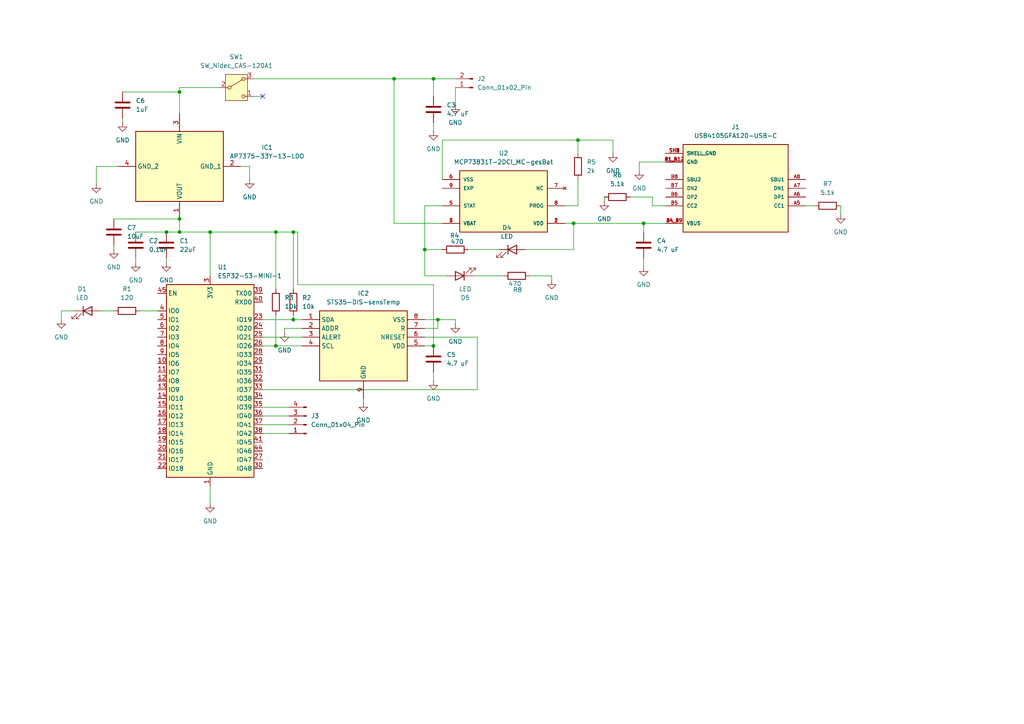
<source format=kicad_sch>
(kicad_sch
	(version 20231120)
	(generator "eeschema")
	(generator_version "8.0")
	(uuid "f38ba2c4-a63d-4d6b-9094-1b343ae77d1a")
	(paper "A4")
	(lib_symbols
		(symbol "Connector:Conn_01x02_Pin"
			(pin_names
				(offset 1.016) hide)
			(exclude_from_sim no)
			(in_bom yes)
			(on_board yes)
			(property "Reference" "J"
				(at 0 2.54 0)
				(effects
					(font
						(size 1.27 1.27)
					)
				)
			)
			(property "Value" "Conn_01x02_Pin"
				(at 0 -5.08 0)
				(effects
					(font
						(size 1.27 1.27)
					)
				)
			)
			(property "Footprint" ""
				(at 0 0 0)
				(effects
					(font
						(size 1.27 1.27)
					)
					(hide yes)
				)
			)
			(property "Datasheet" "~"
				(at 0 0 0)
				(effects
					(font
						(size 1.27 1.27)
					)
					(hide yes)
				)
			)
			(property "Description" "Generic connector, single row, 01x02, script generated"
				(at 0 0 0)
				(effects
					(font
						(size 1.27 1.27)
					)
					(hide yes)
				)
			)
			(property "ki_locked" ""
				(at 0 0 0)
				(effects
					(font
						(size 1.27 1.27)
					)
				)
			)
			(property "ki_keywords" "connector"
				(at 0 0 0)
				(effects
					(font
						(size 1.27 1.27)
					)
					(hide yes)
				)
			)
			(property "ki_fp_filters" "Connector*:*_1x??_*"
				(at 0 0 0)
				(effects
					(font
						(size 1.27 1.27)
					)
					(hide yes)
				)
			)
			(symbol "Conn_01x02_Pin_1_1"
				(polyline
					(pts
						(xy 1.27 -2.54) (xy 0.8636 -2.54)
					)
					(stroke
						(width 0.1524)
						(type default)
					)
					(fill
						(type none)
					)
				)
				(polyline
					(pts
						(xy 1.27 0) (xy 0.8636 0)
					)
					(stroke
						(width 0.1524)
						(type default)
					)
					(fill
						(type none)
					)
				)
				(rectangle
					(start 0.8636 -2.413)
					(end 0 -2.667)
					(stroke
						(width 0.1524)
						(type default)
					)
					(fill
						(type outline)
					)
				)
				(rectangle
					(start 0.8636 0.127)
					(end 0 -0.127)
					(stroke
						(width 0.1524)
						(type default)
					)
					(fill
						(type outline)
					)
				)
				(pin passive line
					(at 5.08 0 180)
					(length 3.81)
					(name "Pin_1"
						(effects
							(font
								(size 1.27 1.27)
							)
						)
					)
					(number "1"
						(effects
							(font
								(size 1.27 1.27)
							)
						)
					)
				)
				(pin passive line
					(at 5.08 -2.54 180)
					(length 3.81)
					(name "Pin_2"
						(effects
							(font
								(size 1.27 1.27)
							)
						)
					)
					(number "2"
						(effects
							(font
								(size 1.27 1.27)
							)
						)
					)
				)
			)
		)
		(symbol "Connector:Conn_01x04_Pin"
			(pin_names
				(offset 1.016) hide)
			(exclude_from_sim no)
			(in_bom yes)
			(on_board yes)
			(property "Reference" "J"
				(at 0 5.08 0)
				(effects
					(font
						(size 1.27 1.27)
					)
				)
			)
			(property "Value" "Conn_01x04_Pin"
				(at 0 -7.62 0)
				(effects
					(font
						(size 1.27 1.27)
					)
				)
			)
			(property "Footprint" ""
				(at 0 0 0)
				(effects
					(font
						(size 1.27 1.27)
					)
					(hide yes)
				)
			)
			(property "Datasheet" "~"
				(at 0 0 0)
				(effects
					(font
						(size 1.27 1.27)
					)
					(hide yes)
				)
			)
			(property "Description" "Generic connector, single row, 01x04, script generated"
				(at 0 0 0)
				(effects
					(font
						(size 1.27 1.27)
					)
					(hide yes)
				)
			)
			(property "ki_locked" ""
				(at 0 0 0)
				(effects
					(font
						(size 1.27 1.27)
					)
				)
			)
			(property "ki_keywords" "connector"
				(at 0 0 0)
				(effects
					(font
						(size 1.27 1.27)
					)
					(hide yes)
				)
			)
			(property "ki_fp_filters" "Connector*:*_1x??_*"
				(at 0 0 0)
				(effects
					(font
						(size 1.27 1.27)
					)
					(hide yes)
				)
			)
			(symbol "Conn_01x04_Pin_1_1"
				(polyline
					(pts
						(xy 1.27 -5.08) (xy 0.8636 -5.08)
					)
					(stroke
						(width 0.1524)
						(type default)
					)
					(fill
						(type none)
					)
				)
				(polyline
					(pts
						(xy 1.27 -2.54) (xy 0.8636 -2.54)
					)
					(stroke
						(width 0.1524)
						(type default)
					)
					(fill
						(type none)
					)
				)
				(polyline
					(pts
						(xy 1.27 0) (xy 0.8636 0)
					)
					(stroke
						(width 0.1524)
						(type default)
					)
					(fill
						(type none)
					)
				)
				(polyline
					(pts
						(xy 1.27 2.54) (xy 0.8636 2.54)
					)
					(stroke
						(width 0.1524)
						(type default)
					)
					(fill
						(type none)
					)
				)
				(rectangle
					(start 0.8636 -4.953)
					(end 0 -5.207)
					(stroke
						(width 0.1524)
						(type default)
					)
					(fill
						(type outline)
					)
				)
				(rectangle
					(start 0.8636 -2.413)
					(end 0 -2.667)
					(stroke
						(width 0.1524)
						(type default)
					)
					(fill
						(type outline)
					)
				)
				(rectangle
					(start 0.8636 0.127)
					(end 0 -0.127)
					(stroke
						(width 0.1524)
						(type default)
					)
					(fill
						(type outline)
					)
				)
				(rectangle
					(start 0.8636 2.667)
					(end 0 2.413)
					(stroke
						(width 0.1524)
						(type default)
					)
					(fill
						(type outline)
					)
				)
				(pin passive line
					(at 5.08 2.54 180)
					(length 3.81)
					(name "Pin_1"
						(effects
							(font
								(size 1.27 1.27)
							)
						)
					)
					(number "1"
						(effects
							(font
								(size 1.27 1.27)
							)
						)
					)
				)
				(pin passive line
					(at 5.08 0 180)
					(length 3.81)
					(name "Pin_2"
						(effects
							(font
								(size 1.27 1.27)
							)
						)
					)
					(number "2"
						(effects
							(font
								(size 1.27 1.27)
							)
						)
					)
				)
				(pin passive line
					(at 5.08 -2.54 180)
					(length 3.81)
					(name "Pin_3"
						(effects
							(font
								(size 1.27 1.27)
							)
						)
					)
					(number "3"
						(effects
							(font
								(size 1.27 1.27)
							)
						)
					)
				)
				(pin passive line
					(at 5.08 -5.08 180)
					(length 3.81)
					(name "Pin_4"
						(effects
							(font
								(size 1.27 1.27)
							)
						)
					)
					(number "4"
						(effects
							(font
								(size 1.27 1.27)
							)
						)
					)
				)
			)
		)
		(symbol "Device:C"
			(pin_numbers hide)
			(pin_names
				(offset 0.254)
			)
			(exclude_from_sim no)
			(in_bom yes)
			(on_board yes)
			(property "Reference" "C"
				(at 0.635 2.54 0)
				(effects
					(font
						(size 1.27 1.27)
					)
					(justify left)
				)
			)
			(property "Value" "C"
				(at 0.635 -2.54 0)
				(effects
					(font
						(size 1.27 1.27)
					)
					(justify left)
				)
			)
			(property "Footprint" ""
				(at 0.9652 -3.81 0)
				(effects
					(font
						(size 1.27 1.27)
					)
					(hide yes)
				)
			)
			(property "Datasheet" "~"
				(at 0 0 0)
				(effects
					(font
						(size 1.27 1.27)
					)
					(hide yes)
				)
			)
			(property "Description" "Unpolarized capacitor"
				(at 0 0 0)
				(effects
					(font
						(size 1.27 1.27)
					)
					(hide yes)
				)
			)
			(property "ki_keywords" "cap capacitor"
				(at 0 0 0)
				(effects
					(font
						(size 1.27 1.27)
					)
					(hide yes)
				)
			)
			(property "ki_fp_filters" "C_*"
				(at 0 0 0)
				(effects
					(font
						(size 1.27 1.27)
					)
					(hide yes)
				)
			)
			(symbol "C_0_1"
				(polyline
					(pts
						(xy -2.032 -0.762) (xy 2.032 -0.762)
					)
					(stroke
						(width 0.508)
						(type default)
					)
					(fill
						(type none)
					)
				)
				(polyline
					(pts
						(xy -2.032 0.762) (xy 2.032 0.762)
					)
					(stroke
						(width 0.508)
						(type default)
					)
					(fill
						(type none)
					)
				)
			)
			(symbol "C_1_1"
				(pin passive line
					(at 0 3.81 270)
					(length 2.794)
					(name "~"
						(effects
							(font
								(size 1.27 1.27)
							)
						)
					)
					(number "1"
						(effects
							(font
								(size 1.27 1.27)
							)
						)
					)
				)
				(pin passive line
					(at 0 -3.81 90)
					(length 2.794)
					(name "~"
						(effects
							(font
								(size 1.27 1.27)
							)
						)
					)
					(number "2"
						(effects
							(font
								(size 1.27 1.27)
							)
						)
					)
				)
			)
		)
		(symbol "Device:LED"
			(pin_numbers hide)
			(pin_names
				(offset 1.016) hide)
			(exclude_from_sim no)
			(in_bom yes)
			(on_board yes)
			(property "Reference" "D"
				(at 0 2.54 0)
				(effects
					(font
						(size 1.27 1.27)
					)
				)
			)
			(property "Value" "LED"
				(at 0 -2.54 0)
				(effects
					(font
						(size 1.27 1.27)
					)
				)
			)
			(property "Footprint" ""
				(at 0 0 0)
				(effects
					(font
						(size 1.27 1.27)
					)
					(hide yes)
				)
			)
			(property "Datasheet" "~"
				(at 0 0 0)
				(effects
					(font
						(size 1.27 1.27)
					)
					(hide yes)
				)
			)
			(property "Description" "Light emitting diode"
				(at 0 0 0)
				(effects
					(font
						(size 1.27 1.27)
					)
					(hide yes)
				)
			)
			(property "ki_keywords" "LED diode"
				(at 0 0 0)
				(effects
					(font
						(size 1.27 1.27)
					)
					(hide yes)
				)
			)
			(property "ki_fp_filters" "LED* LED_SMD:* LED_THT:*"
				(at 0 0 0)
				(effects
					(font
						(size 1.27 1.27)
					)
					(hide yes)
				)
			)
			(symbol "LED_0_1"
				(polyline
					(pts
						(xy -1.27 -1.27) (xy -1.27 1.27)
					)
					(stroke
						(width 0.254)
						(type default)
					)
					(fill
						(type none)
					)
				)
				(polyline
					(pts
						(xy -1.27 0) (xy 1.27 0)
					)
					(stroke
						(width 0)
						(type default)
					)
					(fill
						(type none)
					)
				)
				(polyline
					(pts
						(xy 1.27 -1.27) (xy 1.27 1.27) (xy -1.27 0) (xy 1.27 -1.27)
					)
					(stroke
						(width 0.254)
						(type default)
					)
					(fill
						(type none)
					)
				)
				(polyline
					(pts
						(xy -3.048 -0.762) (xy -4.572 -2.286) (xy -3.81 -2.286) (xy -4.572 -2.286) (xy -4.572 -1.524)
					)
					(stroke
						(width 0)
						(type default)
					)
					(fill
						(type none)
					)
				)
				(polyline
					(pts
						(xy -1.778 -0.762) (xy -3.302 -2.286) (xy -2.54 -2.286) (xy -3.302 -2.286) (xy -3.302 -1.524)
					)
					(stroke
						(width 0)
						(type default)
					)
					(fill
						(type none)
					)
				)
			)
			(symbol "LED_1_1"
				(pin passive line
					(at -3.81 0 0)
					(length 2.54)
					(name "K"
						(effects
							(font
								(size 1.27 1.27)
							)
						)
					)
					(number "1"
						(effects
							(font
								(size 1.27 1.27)
							)
						)
					)
				)
				(pin passive line
					(at 3.81 0 180)
					(length 2.54)
					(name "A"
						(effects
							(font
								(size 1.27 1.27)
							)
						)
					)
					(number "2"
						(effects
							(font
								(size 1.27 1.27)
							)
						)
					)
				)
			)
		)
		(symbol "Device:R"
			(pin_numbers hide)
			(pin_names
				(offset 0)
			)
			(exclude_from_sim no)
			(in_bom yes)
			(on_board yes)
			(property "Reference" "R"
				(at 2.032 0 90)
				(effects
					(font
						(size 1.27 1.27)
					)
				)
			)
			(property "Value" "R"
				(at 0 0 90)
				(effects
					(font
						(size 1.27 1.27)
					)
				)
			)
			(property "Footprint" ""
				(at -1.778 0 90)
				(effects
					(font
						(size 1.27 1.27)
					)
					(hide yes)
				)
			)
			(property "Datasheet" "~"
				(at 0 0 0)
				(effects
					(font
						(size 1.27 1.27)
					)
					(hide yes)
				)
			)
			(property "Description" "Resistor"
				(at 0 0 0)
				(effects
					(font
						(size 1.27 1.27)
					)
					(hide yes)
				)
			)
			(property "ki_keywords" "R res resistor"
				(at 0 0 0)
				(effects
					(font
						(size 1.27 1.27)
					)
					(hide yes)
				)
			)
			(property "ki_fp_filters" "R_*"
				(at 0 0 0)
				(effects
					(font
						(size 1.27 1.27)
					)
					(hide yes)
				)
			)
			(symbol "R_0_1"
				(rectangle
					(start -1.016 -2.54)
					(end 1.016 2.54)
					(stroke
						(width 0.254)
						(type default)
					)
					(fill
						(type none)
					)
				)
			)
			(symbol "R_1_1"
				(pin passive line
					(at 0 3.81 270)
					(length 1.27)
					(name "~"
						(effects
							(font
								(size 1.27 1.27)
							)
						)
					)
					(number "1"
						(effects
							(font
								(size 1.27 1.27)
							)
						)
					)
				)
				(pin passive line
					(at 0 -3.81 90)
					(length 1.27)
					(name "~"
						(effects
							(font
								(size 1.27 1.27)
							)
						)
					)
					(number "2"
						(effects
							(font
								(size 1.27 1.27)
							)
						)
					)
				)
			)
		)
		(symbol "Projet_capteur_temp:AP7375-33Y-13-LDO"
			(exclude_from_sim no)
			(in_bom yes)
			(on_board yes)
			(property "Reference" "IC"
				(at 26.67 17.78 0)
				(effects
					(font
						(size 1.27 1.27)
					)
					(justify left top)
				)
			)
			(property "Value" "AP7375-33Y-13-LDO"
				(at 26.67 15.24 0)
				(effects
					(font
						(size 1.27 1.27)
					)
					(justify left top)
				)
			)
			(property "Footprint" "Projet_capteur_temp:BCX53TA"
				(at 26.67 -84.76 0)
				(effects
					(font
						(size 1.27 1.27)
					)
					(justify left top)
					(hide yes)
				)
			)
			(property "Datasheet" "https://www.diodes.com//assets/Datasheets/AP7375.pdf"
				(at 26.67 -184.76 0)
				(effects
					(font
						(size 1.27 1.27)
					)
					(justify left top)
					(hide yes)
				)
			)
			(property "Description" "LDO Voltage Regulators LDO CMOS LowCurr SOT89 T&R 2.5K"
				(at 13.208 -26.67 0)
				(effects
					(font
						(size 1.27 1.27)
					)
					(hide yes)
				)
			)
			(property "Height" ""
				(at 26.67 -384.76 0)
				(effects
					(font
						(size 1.27 1.27)
					)
					(justify left top)
					(hide yes)
				)
			)
			(property "Manufacturer_Name" "Diodes Incorporated"
				(at 26.67 -484.76 0)
				(effects
					(font
						(size 1.27 1.27)
					)
					(justify left top)
					(hide yes)
				)
			)
			(property "Manufacturer_Part_Number" "AP7375-33Y-13"
				(at 26.67 -584.76 0)
				(effects
					(font
						(size 1.27 1.27)
					)
					(justify left top)
					(hide yes)
				)
			)
			(property "Mouser Part Number" "621-AP7375-33Y-13"
				(at 26.67 -684.76 0)
				(effects
					(font
						(size 1.27 1.27)
					)
					(justify left top)
					(hide yes)
				)
			)
			(property "Mouser Price/Stock" "https://www.mouser.co.uk/ProductDetail/Diodes-Incorporated/AP7375-33Y-13?qs=rQFj71Wb1eU2b5C5v99xTw%3D%3D"
				(at 26.67 -784.76 0)
				(effects
					(font
						(size 1.27 1.27)
					)
					(justify left top)
					(hide yes)
				)
			)
			(property "Arrow Part Number" "AP7375-33Y-13"
				(at 26.67 -884.76 0)
				(effects
					(font
						(size 1.27 1.27)
					)
					(justify left top)
					(hide yes)
				)
			)
			(property "Arrow Price/Stock" "https://www.arrow.com/en/products/ap7375-33y-13/diodes-incorporated?utm_currency=USD&region=europe"
				(at 26.67 -984.76 0)
				(effects
					(font
						(size 1.27 1.27)
					)
					(justify left top)
					(hide yes)
				)
			)
			(symbol "AP7375-33Y-13-LDO_1_1"
				(rectangle
					(start 5.08 12.7)
					(end 25.4 -12.7)
					(stroke
						(width 0.254)
						(type default)
					)
					(fill
						(type background)
					)
				)
				(pin passive line
					(at 0 0 0)
					(length 5.08)
					(name "VOUT"
						(effects
							(font
								(size 1.27 1.27)
							)
						)
					)
					(number "1"
						(effects
							(font
								(size 1.27 1.27)
							)
						)
					)
				)
				(pin passive line
					(at 15.24 -17.78 90)
					(length 5.08)
					(name "GND_1"
						(effects
							(font
								(size 1.27 1.27)
							)
						)
					)
					(number "2"
						(effects
							(font
								(size 1.27 1.27)
							)
						)
					)
				)
				(pin passive line
					(at 30.48 0 180)
					(length 5.08)
					(name "VIN"
						(effects
							(font
								(size 1.27 1.27)
							)
						)
					)
					(number "3"
						(effects
							(font
								(size 1.27 1.27)
							)
						)
					)
				)
				(pin passive line
					(at 15.24 17.78 270)
					(length 5.08)
					(name "GND_2"
						(effects
							(font
								(size 1.27 1.27)
							)
						)
					)
					(number "4"
						(effects
							(font
								(size 1.27 1.27)
							)
						)
					)
				)
			)
		)
		(symbol "Projet_capteur_temp:MCP73831T-2DCI_MC-gesBat"
			(pin_names
				(offset 1.016)
			)
			(exclude_from_sim no)
			(in_bom yes)
			(on_board yes)
			(property "Reference" "U"
				(at -0.762 9.906 0)
				(effects
					(font
						(size 1.27 1.27)
					)
					(justify left top)
				)
			)
			(property "Value" "MCP73831T-2DCI_MC-gesBat"
				(at -12.7 -13.208 0)
				(effects
					(font
						(size 1.27 1.27)
					)
					(justify left bottom)
				)
			)
			(property "Footprint" "Projet_capteur_temp:MCP73831T-2DCI_MC"
				(at -2.032 10.668 0)
				(effects
					(font
						(size 1.27 1.27)
					)
					(justify bottom)
					(hide yes)
				)
			)
			(property "Datasheet" ""
				(at 0 0 0)
				(effects
					(font
						(size 1.27 1.27)
					)
					(hide yes)
				)
			)
			(property "Description" ""
				(at 0 0 0)
				(effects
					(font
						(size 1.27 1.27)
					)
					(hide yes)
				)
			)
			(property "MF" ""
				(at 1.016 -16.51 0)
				(effects
					(font
						(size 1.27 1.27)
					)
					(justify bottom)
					(hide yes)
				)
			)
			(property "MAXIMUM_PACKAGE_HEIGHT" ""
				(at -8.128 -16.764 0)
				(effects
					(font
						(size 1.27 1.27)
					)
					(justify bottom)
					(hide yes)
				)
			)
			(property "Package" ""
				(at -23.876 -17.018 0)
				(effects
					(font
						(size 1.27 1.27)
					)
					(justify bottom)
					(hide yes)
				)
			)
			(property "Price" ""
				(at -28.702 2.286 0)
				(effects
					(font
						(size 1.27 1.27)
					)
					(justify bottom)
					(hide yes)
				)
			)
			(property "Check_prices" ""
				(at -14.478 -20.574 0)
				(effects
					(font
						(size 1.27 1.27)
					)
					(justify bottom)
					(hide yes)
				)
			)
			(property "STANDARD" ""
				(at -30.226 -7.366 0)
				(effects
					(font
						(size 1.27 1.27)
					)
					(justify bottom)
					(hide yes)
				)
			)
			(property "PARTREV" "H"
				(at 0 0 0)
				(effects
					(font
						(size 1.27 1.27)
					)
					(justify bottom)
					(hide yes)
				)
			)
			(property "SnapEDA_Link" ""
				(at -13.462 -17.272 0)
				(effects
					(font
						(size 1.27 1.27)
					)
					(justify bottom)
					(hide yes)
				)
			)
			(property "MP" "MCP73831T-2DCI/MC"
				(at -0.762 -16.002 0)
				(effects
					(font
						(size 1.27 1.27)
					)
					(justify bottom)
					(hide yes)
				)
			)
			(property "Description_1" ""
				(at -19.812 -17.526 0)
				(effects
					(font
						(size 1.27 1.27)
					)
					(justify bottom)
					(hide yes)
				)
			)
			(property "Availability" ""
				(at -20.828 -11.684 0)
				(effects
					(font
						(size 1.27 1.27)
					)
					(justify bottom)
					(hide yes)
				)
			)
			(property "MANUFACTURER" ""
				(at -28.194 -1.524 0)
				(effects
					(font
						(size 1.27 1.27)
					)
					(justify bottom)
					(hide yes)
				)
			)
			(symbol "MCP73831T-2DCI_MC-gesBat_0_0"
				(rectangle
					(start -12.7 7.62)
					(end 12.7 -10.16)
					(stroke
						(width 0.254)
						(type default)
					)
					(fill
						(type background)
					)
				)
				(pin input line
					(at -17.78 5.08 0)
					(length 5.08)
					(name "VDD"
						(effects
							(font
								(size 1.016 1.016)
							)
						)
					)
					(number "1"
						(effects
							(font
								(size 1.016 1.016)
							)
						)
					)
				)
				(pin input line
					(at -17.78 5.08 0)
					(length 5.08)
					(name "VDD"
						(effects
							(font
								(size 1.016 1.016)
							)
						)
					)
					(number "2"
						(effects
							(font
								(size 1.016 1.016)
							)
						)
					)
				)
				(pin output line
					(at 17.78 5.08 180)
					(length 5.08)
					(name "VBAT"
						(effects
							(font
								(size 1.016 1.016)
							)
						)
					)
					(number "3"
						(effects
							(font
								(size 1.016 1.016)
							)
						)
					)
				)
				(pin output line
					(at 17.78 5.08 180)
					(length 5.08)
					(name "VBAT"
						(effects
							(font
								(size 1.016 1.016)
							)
						)
					)
					(number "4"
						(effects
							(font
								(size 1.016 1.016)
							)
						)
					)
				)
				(pin output line
					(at 17.78 0 180)
					(length 5.08)
					(name "STAT"
						(effects
							(font
								(size 1.016 1.016)
							)
						)
					)
					(number "5"
						(effects
							(font
								(size 1.016 1.016)
							)
						)
					)
				)
				(pin power_in line
					(at 17.78 -7.62 180)
					(length 5.08)
					(name "VSS"
						(effects
							(font
								(size 1.016 1.016)
							)
						)
					)
					(number "6"
						(effects
							(font
								(size 1.016 1.016)
							)
						)
					)
				)
				(pin no_connect line
					(at -17.78 -5.08 0)
					(length 5.08)
					(name "NC"
						(effects
							(font
								(size 1.016 1.016)
							)
						)
					)
					(number "7"
						(effects
							(font
								(size 1.016 1.016)
							)
						)
					)
				)
				(pin input line
					(at -17.78 0 0)
					(length 5.08)
					(name "PROG"
						(effects
							(font
								(size 1.016 1.016)
							)
						)
					)
					(number "8"
						(effects
							(font
								(size 1.016 1.016)
							)
						)
					)
				)
				(pin power_in line
					(at 17.78 -5.08 180)
					(length 5.08)
					(name "EXP"
						(effects
							(font
								(size 1.016 1.016)
							)
						)
					)
					(number "9"
						(effects
							(font
								(size 1.016 1.016)
							)
						)
					)
				)
			)
		)
		(symbol "Projet_capteur_temp:STS35-DIS-sensTemp"
			(exclude_from_sim no)
			(in_bom yes)
			(on_board yes)
			(property "Reference" "IC"
				(at 31.75 7.62 0)
				(effects
					(font
						(size 1.27 1.27)
					)
					(justify left top)
				)
			)
			(property "Value" "STS35-DIS-sensTemp"
				(at 31.75 5.08 0)
				(effects
					(font
						(size 1.27 1.27)
					)
					(justify left top)
				)
			)
			(property "Footprint" "Projet_capteur_temp:STS35-DIS"
				(at 31.75 -94.92 0)
				(effects
					(font
						(size 1.27 1.27)
					)
					(justify left top)
					(hide yes)
				)
			)
			(property "Datasheet" "https://componentsearchengine.com/Datasheets/1/STS35-DIS.pdf"
				(at 31.75 -194.92 0)
				(effects
					(font
						(size 1.27 1.27)
					)
					(justify left top)
					(hide yes)
				)
			)
			(property "Description" "Board Mount Temperature Sensors High-accuracy Digital Temperature Sensor IC"
				(at -8.382 4.572 0)
				(effects
					(font
						(size 1.27 1.27)
					)
					(hide yes)
				)
			)
			(property "Height" "1"
				(at 31.75 -394.92 0)
				(effects
					(font
						(size 1.27 1.27)
					)
					(justify left top)
					(hide yes)
				)
			)
			(property "Manufacturer_Name" "Sensirion"
				(at 31.75 -494.92 0)
				(effects
					(font
						(size 1.27 1.27)
					)
					(justify left top)
					(hide yes)
				)
			)
			(property "Manufacturer_Part_Number" "STS35-DIS"
				(at 31.75 -594.92 0)
				(effects
					(font
						(size 1.27 1.27)
					)
					(justify left top)
					(hide yes)
				)
			)
			(property "Mouser Part Number" "403-STS35-DIS"
				(at 31.75 -694.92 0)
				(effects
					(font
						(size 1.27 1.27)
					)
					(justify left top)
					(hide yes)
				)
			)
			(property "Mouser Price/Stock" "https://www.mouser.co.uk/ProductDetail/Sensirion/STS35-DIS?qs=F5EMLAvA7IBgq10iVaCNnw%3D%3D"
				(at 31.75 -794.92 0)
				(effects
					(font
						(size 1.27 1.27)
					)
					(justify left top)
					(hide yes)
				)
			)
			(property "Arrow Part Number" ""
				(at 31.75 -894.92 0)
				(effects
					(font
						(size 1.27 1.27)
					)
					(justify left top)
					(hide yes)
				)
			)
			(property "Arrow Price/Stock" ""
				(at 31.75 -994.92 0)
				(effects
					(font
						(size 1.27 1.27)
					)
					(justify left top)
					(hide yes)
				)
			)
			(symbol "STS35-DIS-sensTemp_1_1"
				(rectangle
					(start 5.08 2.54)
					(end 30.48 -17.78)
					(stroke
						(width 0.254)
						(type default)
					)
					(fill
						(type background)
					)
				)
				(pin passive line
					(at 0 0 0)
					(length 5.08)
					(name "SDA"
						(effects
							(font
								(size 1.27 1.27)
							)
						)
					)
					(number "1"
						(effects
							(font
								(size 1.27 1.27)
							)
						)
					)
				)
				(pin passive line
					(at 0 -2.54 0)
					(length 5.08)
					(name "ADDR"
						(effects
							(font
								(size 1.27 1.27)
							)
						)
					)
					(number "2"
						(effects
							(font
								(size 1.27 1.27)
							)
						)
					)
				)
				(pin passive line
					(at 0 -5.08 0)
					(length 5.08)
					(name "ALERT"
						(effects
							(font
								(size 1.27 1.27)
							)
						)
					)
					(number "3"
						(effects
							(font
								(size 1.27 1.27)
							)
						)
					)
				)
				(pin passive line
					(at 0 -7.62 0)
					(length 5.08)
					(name "SCL"
						(effects
							(font
								(size 1.27 1.27)
							)
						)
					)
					(number "4"
						(effects
							(font
								(size 1.27 1.27)
							)
						)
					)
				)
				(pin passive line
					(at 35.56 -7.62 180)
					(length 5.08)
					(name "VDD"
						(effects
							(font
								(size 1.27 1.27)
							)
						)
					)
					(number "5"
						(effects
							(font
								(size 1.27 1.27)
							)
						)
					)
				)
				(pin passive line
					(at 35.56 -5.08 180)
					(length 5.08)
					(name "NRESET"
						(effects
							(font
								(size 1.27 1.27)
							)
						)
					)
					(number "6"
						(effects
							(font
								(size 1.27 1.27)
							)
						)
					)
				)
				(pin passive line
					(at 35.56 -2.54 180)
					(length 5.08)
					(name "R"
						(effects
							(font
								(size 1.27 1.27)
							)
						)
					)
					(number "7"
						(effects
							(font
								(size 1.27 1.27)
							)
						)
					)
				)
				(pin passive line
					(at 35.56 0 180)
					(length 5.08)
					(name "VSS"
						(effects
							(font
								(size 1.27 1.27)
							)
						)
					)
					(number "8"
						(effects
							(font
								(size 1.27 1.27)
							)
						)
					)
				)
				(pin passive line
					(at 17.78 -22.86 90)
					(length 5.08)
					(name "GND"
						(effects
							(font
								(size 1.27 1.27)
							)
						)
					)
					(number "9"
						(effects
							(font
								(size 1.27 1.27)
							)
						)
					)
				)
			)
		)
		(symbol "Projet_capteur_temp:USB4105GFA120-USB-C"
			(pin_names
				(offset 1.016)
			)
			(exclude_from_sim no)
			(in_bom yes)
			(on_board yes)
			(property "Reference" "J"
				(at -15.24 13.97 0)
				(effects
					(font
						(size 1.27 1.27)
					)
					(justify left bottom)
				)
			)
			(property "Value" "USB4105GFA120-USB-C"
				(at -15.24 -15.24 0)
				(effects
					(font
						(size 1.27 1.27)
					)
					(justify left bottom)
				)
			)
			(property "Footprint" "Projet_capteur_temp:GCT_USB4105GFA120"
				(at 0 0 0)
				(effects
					(font
						(size 1.27 1.27)
					)
					(justify bottom)
					(hide yes)
				)
			)
			(property "Datasheet" ""
				(at 0 0 0)
				(effects
					(font
						(size 1.27 1.27)
					)
					(hide yes)
				)
			)
			(property "Description" ""
				(at 0 0 0)
				(effects
					(font
						(size 1.27 1.27)
					)
					(hide yes)
				)
			)
			(property "MF" ""
				(at 0 0 0)
				(effects
					(font
						(size 1.27 1.27)
					)
					(justify bottom)
					(hide yes)
				)
			)
			(property "MAXIMUM_PACKAGE_HEIGHT" ""
				(at 0 0 0)
				(effects
					(font
						(size 1.27 1.27)
					)
					(justify bottom)
					(hide yes)
				)
			)
			(property "Package" ""
				(at 0 0 0)
				(effects
					(font
						(size 1.27 1.27)
					)
					(justify bottom)
					(hide yes)
				)
			)
			(property "Price" ""
				(at 0 0 0)
				(effects
					(font
						(size 1.27 1.27)
					)
					(justify bottom)
					(hide yes)
				)
			)
			(property "Check_prices" ""
				(at 0 0 0)
				(effects
					(font
						(size 1.27 1.27)
					)
					(justify bottom)
					(hide yes)
				)
			)
			(property "STANDARD" ""
				(at 0 0 0)
				(effects
					(font
						(size 1.27 1.27)
					)
					(justify bottom)
					(hide yes)
				)
			)
			(property "PARTREV" "B3"
				(at 0 0 0)
				(effects
					(font
						(size 1.27 1.27)
					)
					(justify bottom)
					(hide yes)
				)
			)
			(property "SnapEDA_Link" ""
				(at -30.734 -13.97 0)
				(effects
					(font
						(size 1.27 1.27)
					)
					(justify bottom)
					(hide yes)
				)
			)
			(property "MP" "USB4105GFA120"
				(at -5.588 14.478 0)
				(effects
					(font
						(size 1.27 1.27)
					)
					(justify bottom)
					(hide yes)
				)
			)
			(property "Description_1" ""
				(at -19.558 -18.542 0)
				(effects
					(font
						(size 1.27 1.27)
					)
					(justify bottom)
					(hide yes)
				)
			)
			(property "Availability" ""
				(at -1.524 -4.318 0)
				(effects
					(font
						(size 1.27 1.27)
					)
					(justify bottom)
					(hide yes)
				)
			)
			(property "MANUFACTURER" ""
				(at 0 0 0)
				(effects
					(font
						(size 1.27 1.27)
					)
					(justify bottom)
					(hide yes)
				)
			)
			(symbol "USB4105GFA120-USB-C_0_0"
				(rectangle
					(start -15.24 -12.7)
					(end 15.24 12.7)
					(stroke
						(width 0.254)
						(type default)
					)
					(fill
						(type background)
					)
				)
				(pin power_in line
					(at 20.32 -7.62 180)
					(length 5.08)
					(name "GND"
						(effects
							(font
								(size 1.016 1.016)
							)
						)
					)
					(number "A1_B12"
						(effects
							(font
								(size 1.016 1.016)
							)
						)
					)
				)
				(pin power_in line
					(at 20.32 10.16 180)
					(length 5.08)
					(name "VBUS"
						(effects
							(font
								(size 1.016 1.016)
							)
						)
					)
					(number "A4_B9"
						(effects
							(font
								(size 1.016 1.016)
							)
						)
					)
				)
				(pin bidirectional line
					(at -20.32 5.08 0)
					(length 5.08)
					(name "CC1"
						(effects
							(font
								(size 1.016 1.016)
							)
						)
					)
					(number "A5"
						(effects
							(font
								(size 1.016 1.016)
							)
						)
					)
				)
				(pin bidirectional line
					(at -20.32 2.54 0)
					(length 5.08)
					(name "DP1"
						(effects
							(font
								(size 1.016 1.016)
							)
						)
					)
					(number "A6"
						(effects
							(font
								(size 1.016 1.016)
							)
						)
					)
				)
				(pin bidirectional line
					(at -20.32 0 0)
					(length 5.08)
					(name "DN1"
						(effects
							(font
								(size 1.016 1.016)
							)
						)
					)
					(number "A7"
						(effects
							(font
								(size 1.016 1.016)
							)
						)
					)
				)
				(pin bidirectional line
					(at -20.32 -2.54 0)
					(length 5.08)
					(name "SBU1"
						(effects
							(font
								(size 1.016 1.016)
							)
						)
					)
					(number "A8"
						(effects
							(font
								(size 1.016 1.016)
							)
						)
					)
				)
				(pin power_in line
					(at 20.32 -7.62 180)
					(length 5.08)
					(name "GND"
						(effects
							(font
								(size 1.016 1.016)
							)
						)
					)
					(number "B1_A12"
						(effects
							(font
								(size 1.016 1.016)
							)
						)
					)
				)
				(pin power_in line
					(at 20.32 10.16 180)
					(length 5.08)
					(name "VBUS"
						(effects
							(font
								(size 1.016 1.016)
							)
						)
					)
					(number "B4_A9"
						(effects
							(font
								(size 1.016 1.016)
							)
						)
					)
				)
				(pin bidirectional line
					(at 20.32 5.08 180)
					(length 5.08)
					(name "CC2"
						(effects
							(font
								(size 1.016 1.016)
							)
						)
					)
					(number "B5"
						(effects
							(font
								(size 1.016 1.016)
							)
						)
					)
				)
				(pin bidirectional line
					(at 20.32 2.54 180)
					(length 5.08)
					(name "DP2"
						(effects
							(font
								(size 1.016 1.016)
							)
						)
					)
					(number "B6"
						(effects
							(font
								(size 1.016 1.016)
							)
						)
					)
				)
				(pin bidirectional line
					(at 20.32 0 180)
					(length 5.08)
					(name "DN2"
						(effects
							(font
								(size 1.016 1.016)
							)
						)
					)
					(number "B7"
						(effects
							(font
								(size 1.016 1.016)
							)
						)
					)
				)
				(pin bidirectional line
					(at 20.32 -2.54 180)
					(length 5.08)
					(name "SBU2"
						(effects
							(font
								(size 1.016 1.016)
							)
						)
					)
					(number "B8"
						(effects
							(font
								(size 1.016 1.016)
							)
						)
					)
				)
				(pin power_in line
					(at 20.32 -10.16 180)
					(length 5.08)
					(name "SHELL_GND"
						(effects
							(font
								(size 1.016 1.016)
							)
						)
					)
					(number "SH1"
						(effects
							(font
								(size 1.016 1.016)
							)
						)
					)
				)
				(pin power_in line
					(at 20.32 -10.16 180)
					(length 5.08)
					(name "SHELL_GND"
						(effects
							(font
								(size 1.016 1.016)
							)
						)
					)
					(number "SH2"
						(effects
							(font
								(size 1.016 1.016)
							)
						)
					)
				)
				(pin power_in line
					(at 20.32 -10.16 180)
					(length 5.08)
					(name "SHELL_GND"
						(effects
							(font
								(size 1.016 1.016)
							)
						)
					)
					(number "SH3"
						(effects
							(font
								(size 1.016 1.016)
							)
						)
					)
				)
				(pin power_in line
					(at 20.32 -10.16 180)
					(length 5.08)
					(name "SHELL_GND"
						(effects
							(font
								(size 1.016 1.016)
							)
						)
					)
					(number "SH4"
						(effects
							(font
								(size 1.016 1.016)
							)
						)
					)
				)
			)
		)
		(symbol "RF_Module:ESP32-S3-MINI-1"
			(exclude_from_sim no)
			(in_bom yes)
			(on_board yes)
			(property "Reference" "U"
				(at -11.43 29.21 0)
				(effects
					(font
						(size 1.27 1.27)
					)
				)
			)
			(property "Value" "ESP32-S3-MINI-1"
				(at 12.7 29.21 0)
				(effects
					(font
						(size 1.27 1.27)
					)
				)
			)
			(property "Footprint" "RF_Module:ESP32-S2-MINI-1"
				(at 15.24 -29.21 0)
				(effects
					(font
						(size 1.27 1.27)
					)
					(hide yes)
				)
			)
			(property "Datasheet" "https://www.espressif.com/sites/default/files/documentation/esp32-s3-mini-1_mini-1u_datasheet_en.pdf"
				(at 0 40.64 0)
				(effects
					(font
						(size 1.27 1.27)
					)
					(hide yes)
				)
			)
			(property "Description" "RF Module, ESP32-S3 SoC, Wi-Fi 802.11b/g/n, Bluetooth, BLE, 32-bit, 3.3V, SMD, onboard antenna"
				(at 0 43.18 0)
				(effects
					(font
						(size 1.27 1.27)
					)
					(hide yes)
				)
			)
			(property "ki_keywords" "RF Radio BT ESP ESP32-S3 Espressif"
				(at 0 0 0)
				(effects
					(font
						(size 1.27 1.27)
					)
					(hide yes)
				)
			)
			(property "ki_fp_filters" "ESP32?S*MINI?1"
				(at 0 0 0)
				(effects
					(font
						(size 1.27 1.27)
					)
					(hide yes)
				)
			)
			(symbol "ESP32-S3-MINI-1_0_1"
				(rectangle
					(start -12.7 27.94)
					(end 12.7 -27.94)
					(stroke
						(width 0.254)
						(type default)
					)
					(fill
						(type background)
					)
				)
			)
			(symbol "ESP32-S3-MINI-1_1_1"
				(pin power_in line
					(at 0 -30.48 90)
					(length 2.54)
					(name "GND"
						(effects
							(font
								(size 1.27 1.27)
							)
						)
					)
					(number "1"
						(effects
							(font
								(size 1.27 1.27)
							)
						)
					)
				)
				(pin bidirectional line
					(at -15.24 5.08 0)
					(length 2.54)
					(name "IO6"
						(effects
							(font
								(size 1.27 1.27)
							)
						)
					)
					(number "10"
						(effects
							(font
								(size 1.27 1.27)
							)
						)
					)
				)
				(pin bidirectional line
					(at -15.24 2.54 0)
					(length 2.54)
					(name "IO7"
						(effects
							(font
								(size 1.27 1.27)
							)
						)
					)
					(number "11"
						(effects
							(font
								(size 1.27 1.27)
							)
						)
					)
				)
				(pin bidirectional line
					(at -15.24 0 0)
					(length 2.54)
					(name "IO8"
						(effects
							(font
								(size 1.27 1.27)
							)
						)
					)
					(number "12"
						(effects
							(font
								(size 1.27 1.27)
							)
						)
					)
				)
				(pin bidirectional line
					(at -15.24 -2.54 0)
					(length 2.54)
					(name "IO9"
						(effects
							(font
								(size 1.27 1.27)
							)
						)
					)
					(number "13"
						(effects
							(font
								(size 1.27 1.27)
							)
						)
					)
				)
				(pin bidirectional line
					(at -15.24 -5.08 0)
					(length 2.54)
					(name "IO10"
						(effects
							(font
								(size 1.27 1.27)
							)
						)
					)
					(number "14"
						(effects
							(font
								(size 1.27 1.27)
							)
						)
					)
				)
				(pin bidirectional line
					(at -15.24 -7.62 0)
					(length 2.54)
					(name "IO11"
						(effects
							(font
								(size 1.27 1.27)
							)
						)
					)
					(number "15"
						(effects
							(font
								(size 1.27 1.27)
							)
						)
					)
				)
				(pin bidirectional line
					(at -15.24 -10.16 0)
					(length 2.54)
					(name "IO12"
						(effects
							(font
								(size 1.27 1.27)
							)
						)
					)
					(number "16"
						(effects
							(font
								(size 1.27 1.27)
							)
						)
					)
				)
				(pin bidirectional line
					(at -15.24 -12.7 0)
					(length 2.54)
					(name "IO13"
						(effects
							(font
								(size 1.27 1.27)
							)
						)
					)
					(number "17"
						(effects
							(font
								(size 1.27 1.27)
							)
						)
					)
				)
				(pin bidirectional line
					(at -15.24 -15.24 0)
					(length 2.54)
					(name "IO14"
						(effects
							(font
								(size 1.27 1.27)
							)
						)
					)
					(number "18"
						(effects
							(font
								(size 1.27 1.27)
							)
						)
					)
				)
				(pin bidirectional line
					(at -15.24 -17.78 0)
					(length 2.54)
					(name "IO15"
						(effects
							(font
								(size 1.27 1.27)
							)
						)
					)
					(number "19"
						(effects
							(font
								(size 1.27 1.27)
							)
						)
					)
				)
				(pin passive line
					(at 0 -30.48 90)
					(length 2.54) hide
					(name "GND"
						(effects
							(font
								(size 1.27 1.27)
							)
						)
					)
					(number "2"
						(effects
							(font
								(size 1.27 1.27)
							)
						)
					)
				)
				(pin bidirectional line
					(at -15.24 -20.32 0)
					(length 2.54)
					(name "IO16"
						(effects
							(font
								(size 1.27 1.27)
							)
						)
					)
					(number "20"
						(effects
							(font
								(size 1.27 1.27)
							)
						)
					)
				)
				(pin bidirectional line
					(at -15.24 -22.86 0)
					(length 2.54)
					(name "IO17"
						(effects
							(font
								(size 1.27 1.27)
							)
						)
					)
					(number "21"
						(effects
							(font
								(size 1.27 1.27)
							)
						)
					)
				)
				(pin bidirectional line
					(at -15.24 -25.4 0)
					(length 2.54)
					(name "IO18"
						(effects
							(font
								(size 1.27 1.27)
							)
						)
					)
					(number "22"
						(effects
							(font
								(size 1.27 1.27)
							)
						)
					)
				)
				(pin bidirectional line
					(at 15.24 17.78 180)
					(length 2.54)
					(name "IO19"
						(effects
							(font
								(size 1.27 1.27)
							)
						)
					)
					(number "23"
						(effects
							(font
								(size 1.27 1.27)
							)
						)
					)
				)
				(pin bidirectional line
					(at 15.24 15.24 180)
					(length 2.54)
					(name "IO20"
						(effects
							(font
								(size 1.27 1.27)
							)
						)
					)
					(number "24"
						(effects
							(font
								(size 1.27 1.27)
							)
						)
					)
				)
				(pin bidirectional line
					(at 15.24 12.7 180)
					(length 2.54)
					(name "IO21"
						(effects
							(font
								(size 1.27 1.27)
							)
						)
					)
					(number "25"
						(effects
							(font
								(size 1.27 1.27)
							)
						)
					)
				)
				(pin bidirectional line
					(at 15.24 10.16 180)
					(length 2.54)
					(name "IO26"
						(effects
							(font
								(size 1.27 1.27)
							)
						)
					)
					(number "26"
						(effects
							(font
								(size 1.27 1.27)
							)
						)
					)
				)
				(pin bidirectional line
					(at 15.24 -22.86 180)
					(length 2.54)
					(name "IO47"
						(effects
							(font
								(size 1.27 1.27)
							)
						)
					)
					(number "27"
						(effects
							(font
								(size 1.27 1.27)
							)
						)
					)
				)
				(pin bidirectional line
					(at 15.24 7.62 180)
					(length 2.54)
					(name "IO33"
						(effects
							(font
								(size 1.27 1.27)
							)
						)
					)
					(number "28"
						(effects
							(font
								(size 1.27 1.27)
							)
						)
					)
				)
				(pin bidirectional line
					(at 15.24 5.08 180)
					(length 2.54)
					(name "IO34"
						(effects
							(font
								(size 1.27 1.27)
							)
						)
					)
					(number "29"
						(effects
							(font
								(size 1.27 1.27)
							)
						)
					)
				)
				(pin power_in line
					(at 0 30.48 270)
					(length 2.54)
					(name "3V3"
						(effects
							(font
								(size 1.27 1.27)
							)
						)
					)
					(number "3"
						(effects
							(font
								(size 1.27 1.27)
							)
						)
					)
				)
				(pin bidirectional line
					(at 15.24 -25.4 180)
					(length 2.54)
					(name "IO48"
						(effects
							(font
								(size 1.27 1.27)
							)
						)
					)
					(number "30"
						(effects
							(font
								(size 1.27 1.27)
							)
						)
					)
				)
				(pin bidirectional line
					(at 15.24 2.54 180)
					(length 2.54)
					(name "IO35"
						(effects
							(font
								(size 1.27 1.27)
							)
						)
					)
					(number "31"
						(effects
							(font
								(size 1.27 1.27)
							)
						)
					)
				)
				(pin bidirectional line
					(at 15.24 0 180)
					(length 2.54)
					(name "IO36"
						(effects
							(font
								(size 1.27 1.27)
							)
						)
					)
					(number "32"
						(effects
							(font
								(size 1.27 1.27)
							)
						)
					)
				)
				(pin bidirectional line
					(at 15.24 -2.54 180)
					(length 2.54)
					(name "IO37"
						(effects
							(font
								(size 1.27 1.27)
							)
						)
					)
					(number "33"
						(effects
							(font
								(size 1.27 1.27)
							)
						)
					)
				)
				(pin bidirectional line
					(at 15.24 -5.08 180)
					(length 2.54)
					(name "IO38"
						(effects
							(font
								(size 1.27 1.27)
							)
						)
					)
					(number "34"
						(effects
							(font
								(size 1.27 1.27)
							)
						)
					)
				)
				(pin bidirectional line
					(at 15.24 -7.62 180)
					(length 2.54)
					(name "IO39"
						(effects
							(font
								(size 1.27 1.27)
							)
						)
					)
					(number "35"
						(effects
							(font
								(size 1.27 1.27)
							)
						)
					)
				)
				(pin bidirectional line
					(at 15.24 -10.16 180)
					(length 2.54)
					(name "IO40"
						(effects
							(font
								(size 1.27 1.27)
							)
						)
					)
					(number "36"
						(effects
							(font
								(size 1.27 1.27)
							)
						)
					)
				)
				(pin bidirectional line
					(at 15.24 -12.7 180)
					(length 2.54)
					(name "IO41"
						(effects
							(font
								(size 1.27 1.27)
							)
						)
					)
					(number "37"
						(effects
							(font
								(size 1.27 1.27)
							)
						)
					)
				)
				(pin bidirectional line
					(at 15.24 -15.24 180)
					(length 2.54)
					(name "IO42"
						(effects
							(font
								(size 1.27 1.27)
							)
						)
					)
					(number "38"
						(effects
							(font
								(size 1.27 1.27)
							)
						)
					)
				)
				(pin bidirectional line
					(at 15.24 25.4 180)
					(length 2.54)
					(name "TXD0"
						(effects
							(font
								(size 1.27 1.27)
							)
						)
					)
					(number "39"
						(effects
							(font
								(size 1.27 1.27)
							)
						)
					)
				)
				(pin bidirectional line
					(at -15.24 20.32 0)
					(length 2.54)
					(name "IO0"
						(effects
							(font
								(size 1.27 1.27)
							)
						)
					)
					(number "4"
						(effects
							(font
								(size 1.27 1.27)
							)
						)
					)
				)
				(pin bidirectional line
					(at 15.24 22.86 180)
					(length 2.54)
					(name "RXD0"
						(effects
							(font
								(size 1.27 1.27)
							)
						)
					)
					(number "40"
						(effects
							(font
								(size 1.27 1.27)
							)
						)
					)
				)
				(pin bidirectional line
					(at 15.24 -17.78 180)
					(length 2.54)
					(name "IO45"
						(effects
							(font
								(size 1.27 1.27)
							)
						)
					)
					(number "41"
						(effects
							(font
								(size 1.27 1.27)
							)
						)
					)
				)
				(pin passive line
					(at 0 -30.48 90)
					(length 2.54) hide
					(name "GND"
						(effects
							(font
								(size 1.27 1.27)
							)
						)
					)
					(number "42"
						(effects
							(font
								(size 1.27 1.27)
							)
						)
					)
				)
				(pin passive line
					(at 0 -30.48 90)
					(length 2.54) hide
					(name "GND"
						(effects
							(font
								(size 1.27 1.27)
							)
						)
					)
					(number "43"
						(effects
							(font
								(size 1.27 1.27)
							)
						)
					)
				)
				(pin bidirectional line
					(at 15.24 -20.32 180)
					(length 2.54)
					(name "IO46"
						(effects
							(font
								(size 1.27 1.27)
							)
						)
					)
					(number "44"
						(effects
							(font
								(size 1.27 1.27)
							)
						)
					)
				)
				(pin input line
					(at -15.24 25.4 0)
					(length 2.54)
					(name "EN"
						(effects
							(font
								(size 1.27 1.27)
							)
						)
					)
					(number "45"
						(effects
							(font
								(size 1.27 1.27)
							)
						)
					)
				)
				(pin passive line
					(at 0 -30.48 90)
					(length 2.54) hide
					(name "GND"
						(effects
							(font
								(size 1.27 1.27)
							)
						)
					)
					(number "46"
						(effects
							(font
								(size 1.27 1.27)
							)
						)
					)
				)
				(pin passive line
					(at 0 -30.48 90)
					(length 2.54) hide
					(name "GND"
						(effects
							(font
								(size 1.27 1.27)
							)
						)
					)
					(number "47"
						(effects
							(font
								(size 1.27 1.27)
							)
						)
					)
				)
				(pin passive line
					(at 0 -30.48 90)
					(length 2.54) hide
					(name "GND"
						(effects
							(font
								(size 1.27 1.27)
							)
						)
					)
					(number "48"
						(effects
							(font
								(size 1.27 1.27)
							)
						)
					)
				)
				(pin passive line
					(at 0 -30.48 90)
					(length 2.54) hide
					(name "GND"
						(effects
							(font
								(size 1.27 1.27)
							)
						)
					)
					(number "49"
						(effects
							(font
								(size 1.27 1.27)
							)
						)
					)
				)
				(pin bidirectional line
					(at -15.24 17.78 0)
					(length 2.54)
					(name "IO1"
						(effects
							(font
								(size 1.27 1.27)
							)
						)
					)
					(number "5"
						(effects
							(font
								(size 1.27 1.27)
							)
						)
					)
				)
				(pin passive line
					(at 0 -30.48 90)
					(length 2.54) hide
					(name "GND"
						(effects
							(font
								(size 1.27 1.27)
							)
						)
					)
					(number "50"
						(effects
							(font
								(size 1.27 1.27)
							)
						)
					)
				)
				(pin passive line
					(at 0 -30.48 90)
					(length 2.54) hide
					(name "GND"
						(effects
							(font
								(size 1.27 1.27)
							)
						)
					)
					(number "51"
						(effects
							(font
								(size 1.27 1.27)
							)
						)
					)
				)
				(pin passive line
					(at 0 -30.48 90)
					(length 2.54) hide
					(name "GND"
						(effects
							(font
								(size 1.27 1.27)
							)
						)
					)
					(number "52"
						(effects
							(font
								(size 1.27 1.27)
							)
						)
					)
				)
				(pin passive line
					(at 0 -30.48 90)
					(length 2.54) hide
					(name "GND"
						(effects
							(font
								(size 1.27 1.27)
							)
						)
					)
					(number "53"
						(effects
							(font
								(size 1.27 1.27)
							)
						)
					)
				)
				(pin passive line
					(at 0 -30.48 90)
					(length 2.54) hide
					(name "GND"
						(effects
							(font
								(size 1.27 1.27)
							)
						)
					)
					(number "54"
						(effects
							(font
								(size 1.27 1.27)
							)
						)
					)
				)
				(pin passive line
					(at 0 -30.48 90)
					(length 2.54) hide
					(name "GND"
						(effects
							(font
								(size 1.27 1.27)
							)
						)
					)
					(number "55"
						(effects
							(font
								(size 1.27 1.27)
							)
						)
					)
				)
				(pin passive line
					(at 0 -30.48 90)
					(length 2.54) hide
					(name "GND"
						(effects
							(font
								(size 1.27 1.27)
							)
						)
					)
					(number "56"
						(effects
							(font
								(size 1.27 1.27)
							)
						)
					)
				)
				(pin passive line
					(at 0 -30.48 90)
					(length 2.54) hide
					(name "GND"
						(effects
							(font
								(size 1.27 1.27)
							)
						)
					)
					(number "57"
						(effects
							(font
								(size 1.27 1.27)
							)
						)
					)
				)
				(pin passive line
					(at 0 -30.48 90)
					(length 2.54) hide
					(name "GND"
						(effects
							(font
								(size 1.27 1.27)
							)
						)
					)
					(number "58"
						(effects
							(font
								(size 1.27 1.27)
							)
						)
					)
				)
				(pin passive line
					(at 0 -30.48 90)
					(length 2.54) hide
					(name "GND"
						(effects
							(font
								(size 1.27 1.27)
							)
						)
					)
					(number "59"
						(effects
							(font
								(size 1.27 1.27)
							)
						)
					)
				)
				(pin bidirectional line
					(at -15.24 15.24 0)
					(length 2.54)
					(name "IO2"
						(effects
							(font
								(size 1.27 1.27)
							)
						)
					)
					(number "6"
						(effects
							(font
								(size 1.27 1.27)
							)
						)
					)
				)
				(pin passive line
					(at 0 -30.48 90)
					(length 2.54) hide
					(name "GND"
						(effects
							(font
								(size 1.27 1.27)
							)
						)
					)
					(number "60"
						(effects
							(font
								(size 1.27 1.27)
							)
						)
					)
				)
				(pin passive line
					(at 0 -30.48 90)
					(length 2.54) hide
					(name "GND"
						(effects
							(font
								(size 1.27 1.27)
							)
						)
					)
					(number "61"
						(effects
							(font
								(size 1.27 1.27)
							)
						)
					)
				)
				(pin passive line
					(at 0 -30.48 90)
					(length 2.54) hide
					(name "GND"
						(effects
							(font
								(size 1.27 1.27)
							)
						)
					)
					(number "62"
						(effects
							(font
								(size 1.27 1.27)
							)
						)
					)
				)
				(pin passive line
					(at 0 -30.48 90)
					(length 2.54) hide
					(name "GND"
						(effects
							(font
								(size 1.27 1.27)
							)
						)
					)
					(number "63"
						(effects
							(font
								(size 1.27 1.27)
							)
						)
					)
				)
				(pin passive line
					(at 0 -30.48 90)
					(length 2.54) hide
					(name "GND"
						(effects
							(font
								(size 1.27 1.27)
							)
						)
					)
					(number "64"
						(effects
							(font
								(size 1.27 1.27)
							)
						)
					)
				)
				(pin passive line
					(at 0 -30.48 90)
					(length 2.54) hide
					(name "GND"
						(effects
							(font
								(size 1.27 1.27)
							)
						)
					)
					(number "65"
						(effects
							(font
								(size 1.27 1.27)
							)
						)
					)
				)
				(pin bidirectional line
					(at -15.24 12.7 0)
					(length 2.54)
					(name "IO3"
						(effects
							(font
								(size 1.27 1.27)
							)
						)
					)
					(number "7"
						(effects
							(font
								(size 1.27 1.27)
							)
						)
					)
				)
				(pin bidirectional line
					(at -15.24 10.16 0)
					(length 2.54)
					(name "IO4"
						(effects
							(font
								(size 1.27 1.27)
							)
						)
					)
					(number "8"
						(effects
							(font
								(size 1.27 1.27)
							)
						)
					)
				)
				(pin bidirectional line
					(at -15.24 7.62 0)
					(length 2.54)
					(name "IO5"
						(effects
							(font
								(size 1.27 1.27)
							)
						)
					)
					(number "9"
						(effects
							(font
								(size 1.27 1.27)
							)
						)
					)
				)
			)
		)
		(symbol "Switch:SW_Nidec_CAS-120A1"
			(pin_names
				(offset 1) hide)
			(exclude_from_sim no)
			(in_bom yes)
			(on_board yes)
			(property "Reference" "SW"
				(at 0 4.318 0)
				(effects
					(font
						(size 1.27 1.27)
					)
				)
			)
			(property "Value" "SW_Nidec_CAS-120A1"
				(at 0 -5.08 0)
				(effects
					(font
						(size 1.27 1.27)
					)
				)
			)
			(property "Footprint" "Button_Switch_SMD:Nidec_Copal_CAS-120A"
				(at 0 -10.16 0)
				(effects
					(font
						(size 1.27 1.27)
					)
					(hide yes)
				)
			)
			(property "Datasheet" "https://www.nidec-components.com/e/catalog/switch/cas.pdf"
				(at 0 -7.62 0)
				(effects
					(font
						(size 1.27 1.27)
					)
					(hide yes)
				)
			)
			(property "Description" "Switch, single pole double throw"
				(at 0 0 0)
				(effects
					(font
						(size 1.27 1.27)
					)
					(hide yes)
				)
			)
			(property "ki_keywords" "switch single-pole double-throw spdt ON-ON"
				(at 0 0 0)
				(effects
					(font
						(size 1.27 1.27)
					)
					(hide yes)
				)
			)
			(property "ki_fp_filters" "*Nidec?Copal?CAS?120A*"
				(at 0 0 0)
				(effects
					(font
						(size 1.27 1.27)
					)
					(hide yes)
				)
			)
			(symbol "SW_Nidec_CAS-120A1_0_1"
				(circle
					(center -2.032 0)
					(radius 0.4572)
					(stroke
						(width 0)
						(type default)
					)
					(fill
						(type none)
					)
				)
				(polyline
					(pts
						(xy -1.651 0.254) (xy 1.651 2.286)
					)
					(stroke
						(width 0)
						(type default)
					)
					(fill
						(type none)
					)
				)
				(circle
					(center 2.032 -2.54)
					(radius 0.4572)
					(stroke
						(width 0)
						(type default)
					)
					(fill
						(type none)
					)
				)
				(circle
					(center 2.032 2.54)
					(radius 0.4572)
					(stroke
						(width 0)
						(type default)
					)
					(fill
						(type none)
					)
				)
			)
			(symbol "SW_Nidec_CAS-120A1_1_1"
				(rectangle
					(start -3.175 3.81)
					(end 3.175 -3.81)
					(stroke
						(width 0)
						(type default)
					)
					(fill
						(type background)
					)
				)
				(pin passive line
					(at 5.08 -2.54 180)
					(length 2.54)
					(name "C"
						(effects
							(font
								(size 1.27 1.27)
							)
						)
					)
					(number "1"
						(effects
							(font
								(size 1.27 1.27)
							)
						)
					)
				)
				(pin passive line
					(at -5.08 0 0)
					(length 2.54)
					(name "B"
						(effects
							(font
								(size 1.27 1.27)
							)
						)
					)
					(number "2"
						(effects
							(font
								(size 1.27 1.27)
							)
						)
					)
				)
				(pin passive line
					(at 5.08 2.54 180)
					(length 2.54)
					(name "A"
						(effects
							(font
								(size 1.27 1.27)
							)
						)
					)
					(number "3"
						(effects
							(font
								(size 1.27 1.27)
							)
						)
					)
				)
			)
		)
		(symbol "power:GND"
			(power)
			(pin_numbers hide)
			(pin_names
				(offset 0) hide)
			(exclude_from_sim no)
			(in_bom yes)
			(on_board yes)
			(property "Reference" "#PWR"
				(at 0 -6.35 0)
				(effects
					(font
						(size 1.27 1.27)
					)
					(hide yes)
				)
			)
			(property "Value" "GND"
				(at 0 -3.81 0)
				(effects
					(font
						(size 1.27 1.27)
					)
				)
			)
			(property "Footprint" ""
				(at 0 0 0)
				(effects
					(font
						(size 1.27 1.27)
					)
					(hide yes)
				)
			)
			(property "Datasheet" ""
				(at 0 0 0)
				(effects
					(font
						(size 1.27 1.27)
					)
					(hide yes)
				)
			)
			(property "Description" "Power symbol creates a global label with name \"GND\" , ground"
				(at 0 0 0)
				(effects
					(font
						(size 1.27 1.27)
					)
					(hide yes)
				)
			)
			(property "ki_keywords" "global power"
				(at 0 0 0)
				(effects
					(font
						(size 1.27 1.27)
					)
					(hide yes)
				)
			)
			(symbol "GND_0_1"
				(polyline
					(pts
						(xy 0 0) (xy 0 -1.27) (xy 1.27 -1.27) (xy 0 -2.54) (xy -1.27 -1.27) (xy 0 -1.27)
					)
					(stroke
						(width 0)
						(type default)
					)
					(fill
						(type none)
					)
				)
			)
			(symbol "GND_1_1"
				(pin power_in line
					(at 0 0 270)
					(length 0)
					(name "~"
						(effects
							(font
								(size 1.27 1.27)
							)
						)
					)
					(number "1"
						(effects
							(font
								(size 1.27 1.27)
							)
						)
					)
				)
			)
		)
	)
	(junction
		(at 166.37 64.77)
		(diameter 0)
		(color 0 0 0 0)
		(uuid "1f3630b6-fb1e-498e-8f62-4737e1f8cb9a")
	)
	(junction
		(at 114.3 22.86)
		(diameter 0)
		(color 0 0 0 0)
		(uuid "1ff857b6-91b3-4202-ae2d-51f445f1b622")
	)
	(junction
		(at 52.07 63.5)
		(diameter 0)
		(color 0 0 0 0)
		(uuid "3b93d2fa-e2df-41bf-84a9-9a1daa18c41e")
	)
	(junction
		(at 125.73 22.86)
		(diameter 0)
		(color 0 0 0 0)
		(uuid "3f15435b-fbc0-414f-a3dd-1735507e248d")
	)
	(junction
		(at 167.64 40.64)
		(diameter 0)
		(color 0 0 0 0)
		(uuid "5b0a46a6-0b30-425d-86d1-a49d37ad3072")
	)
	(junction
		(at 186.69 64.77)
		(diameter 0)
		(color 0 0 0 0)
		(uuid "6b0f0d01-628e-41c8-ab26-fbceab979b7d")
	)
	(junction
		(at 125.73 100.33)
		(diameter 0)
		(color 0 0 0 0)
		(uuid "7011f535-0c99-46b6-b5c3-07c244ec9123")
	)
	(junction
		(at 48.26 67.31)
		(diameter 0)
		(color 0 0 0 0)
		(uuid "8ab465b3-5f1b-47e9-b722-eb614c24a6f0")
	)
	(junction
		(at 85.09 67.31)
		(diameter 0)
		(color 0 0 0 0)
		(uuid "8c08cb89-86b6-4e03-a0fe-999116163495")
	)
	(junction
		(at 80.01 100.33)
		(diameter 0)
		(color 0 0 0 0)
		(uuid "a75d0231-2078-47d0-ba4d-90db504c2522")
	)
	(junction
		(at 127 92.71)
		(diameter 0)
		(color 0 0 0 0)
		(uuid "cfdc50c1-1f33-4285-bcdc-8b09edee8d8f")
	)
	(junction
		(at 85.09 92.71)
		(diameter 0)
		(color 0 0 0 0)
		(uuid "d4d492c2-e75e-4689-be8d-30629c0861db")
	)
	(junction
		(at 60.96 67.31)
		(diameter 0)
		(color 0 0 0 0)
		(uuid "d770943c-14fc-4d3d-b2bc-3548c3dc5dd7")
	)
	(junction
		(at 123.19 72.39)
		(diameter 0)
		(color 0 0 0 0)
		(uuid "db31e519-e156-4970-be08-2ff5f57d4421")
	)
	(junction
		(at 52.07 67.31)
		(diameter 0)
		(color 0 0 0 0)
		(uuid "e94befde-0ad8-442f-a31d-d16f7ddb59a6")
	)
	(junction
		(at 80.01 67.31)
		(diameter 0)
		(color 0 0 0 0)
		(uuid "ef7d87a8-f513-4f87-a113-b32ea95e478a")
	)
	(junction
		(at 52.07 26.67)
		(diameter 0)
		(color 0 0 0 0)
		(uuid "ffd6b90f-34f3-4f20-85d5-b3d13b4eb634")
	)
	(no_connect
		(at 76.2 27.94)
		(uuid "c3e846d2-0dac-4074-917e-c71a043df536")
	)
	(wire
		(pts
			(xy 167.64 59.69) (xy 167.64 52.07)
		)
		(stroke
			(width 0)
			(type default)
		)
		(uuid "04552a3a-7fc1-4e96-b8e0-6e0787b32ce7")
	)
	(wire
		(pts
			(xy 132.08 92.71) (xy 132.08 93.98)
		)
		(stroke
			(width 0)
			(type default)
		)
		(uuid "06e32bfb-1319-400f-864b-329b5b801471")
	)
	(wire
		(pts
			(xy 163.83 64.77) (xy 166.37 64.77)
		)
		(stroke
			(width 0)
			(type default)
		)
		(uuid "0f41145d-277d-4250-af3b-1fa5e3bbb5b9")
	)
	(wire
		(pts
			(xy 80.01 91.44) (xy 80.01 100.33)
		)
		(stroke
			(width 0)
			(type default)
		)
		(uuid "11ac7d26-f33d-4560-80ca-3c4b4f2dc713")
	)
	(wire
		(pts
			(xy 123.19 59.69) (xy 128.27 59.69)
		)
		(stroke
			(width 0)
			(type default)
		)
		(uuid "130ab351-ef42-4845-994c-5e159cd7bd8b")
	)
	(wire
		(pts
			(xy 86.36 67.31) (xy 85.09 67.31)
		)
		(stroke
			(width 0)
			(type default)
		)
		(uuid "14ac0681-1bda-4a5e-b673-28dcd27490b6")
	)
	(wire
		(pts
			(xy 243.84 59.69) (xy 243.84 62.23)
		)
		(stroke
			(width 0)
			(type default)
		)
		(uuid "14dfdf5c-9b23-49bc-ad7d-66386960b572")
	)
	(wire
		(pts
			(xy 167.64 40.64) (xy 167.64 44.45)
		)
		(stroke
			(width 0)
			(type default)
		)
		(uuid "19b9fab4-17b5-4dad-a8d6-7c0f7283cee4")
	)
	(wire
		(pts
			(xy 17.78 92.71) (xy 17.78 90.17)
		)
		(stroke
			(width 0)
			(type default)
		)
		(uuid "1b641d78-f6fd-4b36-9fd6-820686d90178")
	)
	(wire
		(pts
			(xy 175.26 57.15) (xy 175.26 58.42)
		)
		(stroke
			(width 0)
			(type default)
		)
		(uuid "1f431fc5-4a05-4d70-9046-6fbf70f0b7d7")
	)
	(wire
		(pts
			(xy 17.78 90.17) (xy 21.59 90.17)
		)
		(stroke
			(width 0)
			(type default)
		)
		(uuid "1febe9ff-873c-4e13-a5b5-b2d4d166f2f5")
	)
	(wire
		(pts
			(xy 48.26 74.93) (xy 48.26 76.2)
		)
		(stroke
			(width 0)
			(type default)
		)
		(uuid "22150dce-952e-4dc3-9b3c-1fd7de2dee10")
	)
	(wire
		(pts
			(xy 177.8 40.64) (xy 177.8 44.45)
		)
		(stroke
			(width 0)
			(type default)
		)
		(uuid "29759481-70b6-4bfa-b089-81c9019fb97e")
	)
	(wire
		(pts
			(xy 186.69 64.77) (xy 193.04 64.77)
		)
		(stroke
			(width 0)
			(type default)
		)
		(uuid "2bc828d2-36dd-468a-970e-0dca51876e74")
	)
	(wire
		(pts
			(xy 85.09 67.31) (xy 85.09 83.82)
		)
		(stroke
			(width 0)
			(type default)
		)
		(uuid "2d8f40f9-0368-444a-8194-7c53a183b622")
	)
	(wire
		(pts
			(xy 138.43 113.03) (xy 76.2 113.03)
		)
		(stroke
			(width 0)
			(type default)
		)
		(uuid "34599527-6304-4fcc-b218-e80e4bbf4bad")
	)
	(wire
		(pts
			(xy 123.19 95.25) (xy 127 95.25)
		)
		(stroke
			(width 0)
			(type default)
		)
		(uuid "357d38aa-372e-4bee-b8d7-4bfce148c917")
	)
	(wire
		(pts
			(xy 80.01 67.31) (xy 80.01 83.82)
		)
		(stroke
			(width 0)
			(type default)
		)
		(uuid "36da1921-78c8-429a-ae00-3f3a2e9ec6be")
	)
	(wire
		(pts
			(xy 193.04 46.99) (xy 185.42 46.99)
		)
		(stroke
			(width 0)
			(type default)
		)
		(uuid "3736ee6f-d7b4-40bb-8d43-18a9a6154f10")
	)
	(wire
		(pts
			(xy 76.2 120.65) (xy 83.82 120.65)
		)
		(stroke
			(width 0)
			(type default)
		)
		(uuid "386c70f6-4fad-4d6b-8a2d-31751621db5e")
	)
	(wire
		(pts
			(xy 135.89 72.39) (xy 144.78 72.39)
		)
		(stroke
			(width 0)
			(type default)
		)
		(uuid "3eac6dd3-a10c-45f1-83a2-3043a418291f")
	)
	(wire
		(pts
			(xy 152.4 72.39) (xy 166.37 72.39)
		)
		(stroke
			(width 0)
			(type default)
		)
		(uuid "3f6def83-b8bd-41d2-993d-60a68e36bd9b")
	)
	(wire
		(pts
			(xy 80.01 67.31) (xy 60.96 67.31)
		)
		(stroke
			(width 0)
			(type default)
		)
		(uuid "3f863e6a-45e4-49e7-b425-69e08dceb6eb")
	)
	(wire
		(pts
			(xy 123.19 72.39) (xy 123.19 59.69)
		)
		(stroke
			(width 0)
			(type default)
		)
		(uuid "4068e28b-0ab1-420a-8864-c122592fe030")
	)
	(wire
		(pts
			(xy 40.64 90.17) (xy 45.72 90.17)
		)
		(stroke
			(width 0)
			(type default)
		)
		(uuid "41feb0e2-4c9f-4e04-bcb6-5b9f83f4926b")
	)
	(wire
		(pts
			(xy 163.83 59.69) (xy 167.64 59.69)
		)
		(stroke
			(width 0)
			(type default)
		)
		(uuid "44eb6e0d-7820-4ddc-a349-dff00d74557d")
	)
	(wire
		(pts
			(xy 189.23 59.69) (xy 189.23 57.15)
		)
		(stroke
			(width 0)
			(type default)
		)
		(uuid "457143cd-34a9-4fe1-9cf6-0af7150b5194")
	)
	(wire
		(pts
			(xy 39.37 67.31) (xy 48.26 67.31)
		)
		(stroke
			(width 0)
			(type default)
		)
		(uuid "48357c35-75d2-4f3c-89fc-4f3f667aca3b")
	)
	(wire
		(pts
			(xy 138.43 97.79) (xy 138.43 113.03)
		)
		(stroke
			(width 0)
			(type default)
		)
		(uuid "48ddbf13-6fc2-4097-b192-dfe58201a957")
	)
	(wire
		(pts
			(xy 73.66 27.94) (xy 76.2 27.94)
		)
		(stroke
			(width 0)
			(type default)
		)
		(uuid "4b9334fb-bb55-481e-90f5-43d8f4a912f1")
	)
	(wire
		(pts
			(xy 125.73 107.95) (xy 125.73 110.49)
		)
		(stroke
			(width 0)
			(type default)
		)
		(uuid "4cd37e6e-db48-4571-b614-33f4281fe32a")
	)
	(wire
		(pts
			(xy 29.21 90.17) (xy 33.02 90.17)
		)
		(stroke
			(width 0)
			(type default)
		)
		(uuid "4f53a6a9-bc6b-4ced-9f95-7439cd15a503")
	)
	(wire
		(pts
			(xy 52.07 26.67) (xy 52.07 33.02)
		)
		(stroke
			(width 0)
			(type default)
		)
		(uuid "51459e39-3746-4e0b-8ff4-1af424980db5")
	)
	(wire
		(pts
			(xy 123.19 100.33) (xy 125.73 100.33)
		)
		(stroke
			(width 0)
			(type default)
		)
		(uuid "536fbbb5-420c-4277-9fa9-0f965aa2f828")
	)
	(wire
		(pts
			(xy 186.69 74.93) (xy 186.69 77.47)
		)
		(stroke
			(width 0)
			(type default)
		)
		(uuid "56123b53-cb14-49e7-80b0-f77370ebaf8c")
	)
	(wire
		(pts
			(xy 127 92.71) (xy 132.08 92.71)
		)
		(stroke
			(width 0)
			(type default)
		)
		(uuid "65811622-6e96-4151-befd-44409cda351f")
	)
	(wire
		(pts
			(xy 128.27 72.39) (xy 123.19 72.39)
		)
		(stroke
			(width 0)
			(type default)
		)
		(uuid "67dc0c4e-7069-4175-ab2f-43c4dd950c05")
	)
	(wire
		(pts
			(xy 185.42 46.99) (xy 185.42 49.53)
		)
		(stroke
			(width 0)
			(type default)
		)
		(uuid "6f026c1a-399a-417a-82e1-b67a8db7c982")
	)
	(wire
		(pts
			(xy 33.02 63.5) (xy 52.07 63.5)
		)
		(stroke
			(width 0)
			(type default)
		)
		(uuid "6f02c8b7-fd45-4f32-830c-caf69ed408fd")
	)
	(wire
		(pts
			(xy 52.07 63.5) (xy 52.07 67.31)
		)
		(stroke
			(width 0)
			(type default)
		)
		(uuid "701aec61-78f5-4d5c-a8e9-9ee7a8c5db27")
	)
	(wire
		(pts
			(xy 85.09 92.71) (xy 87.63 92.71)
		)
		(stroke
			(width 0)
			(type default)
		)
		(uuid "756eb03a-619b-4c16-8e65-d9a177205295")
	)
	(wire
		(pts
			(xy 35.56 34.29) (xy 35.56 35.56)
		)
		(stroke
			(width 0)
			(type default)
		)
		(uuid "798d3aae-9f3d-4379-a6cc-a0b1573d6128")
	)
	(wire
		(pts
			(xy 82.55 95.25) (xy 82.55 96.52)
		)
		(stroke
			(width 0)
			(type default)
		)
		(uuid "7a528245-5800-4fd6-9d78-efb6e4ae5cd2")
	)
	(wire
		(pts
			(xy 73.66 22.86) (xy 114.3 22.86)
		)
		(stroke
			(width 0)
			(type default)
		)
		(uuid "7ac84963-774d-4099-8d63-24b5fdc0d1af")
	)
	(wire
		(pts
			(xy 76.2 97.79) (xy 87.63 97.79)
		)
		(stroke
			(width 0)
			(type default)
		)
		(uuid "7b8668fa-a399-42a9-9a7d-7390f0d40a35")
	)
	(wire
		(pts
			(xy 60.96 80.01) (xy 60.96 67.31)
		)
		(stroke
			(width 0)
			(type default)
		)
		(uuid "7d5df29b-2b3b-4739-9f7e-b262b8290db9")
	)
	(wire
		(pts
			(xy 76.2 118.11) (xy 83.82 118.11)
		)
		(stroke
			(width 0)
			(type default)
		)
		(uuid "7f53cb99-f42d-4b02-b236-1838a485c25d")
	)
	(wire
		(pts
			(xy 186.69 64.77) (xy 186.69 67.31)
		)
		(stroke
			(width 0)
			(type default)
		)
		(uuid "80bdbf22-a2d0-4c28-bde1-3133eb56e3be")
	)
	(wire
		(pts
			(xy 34.29 48.26) (xy 27.94 48.26)
		)
		(stroke
			(width 0)
			(type default)
		)
		(uuid "825c60e3-61b1-45be-a012-eb5c701092b8")
	)
	(wire
		(pts
			(xy 87.63 95.25) (xy 82.55 95.25)
		)
		(stroke
			(width 0)
			(type default)
		)
		(uuid "82c127a0-725a-40c6-96e8-b780d7c36d06")
	)
	(wire
		(pts
			(xy 86.36 82.55) (xy 86.36 67.31)
		)
		(stroke
			(width 0)
			(type default)
		)
		(uuid "852711ab-3e54-4e2f-838b-6d8c031f8f42")
	)
	(wire
		(pts
			(xy 114.3 64.77) (xy 114.3 22.86)
		)
		(stroke
			(width 0)
			(type default)
		)
		(uuid "86151c88-1056-4b6e-8113-12ea2b50ec36")
	)
	(wire
		(pts
			(xy 166.37 72.39) (xy 166.37 64.77)
		)
		(stroke
			(width 0)
			(type default)
		)
		(uuid "87560e67-a9e5-471b-a7b6-b15a847435e1")
	)
	(wire
		(pts
			(xy 193.04 59.69) (xy 189.23 59.69)
		)
		(stroke
			(width 0)
			(type default)
		)
		(uuid "8aa4f8ef-591f-4c64-aebc-3936b390a0d6")
	)
	(wire
		(pts
			(xy 39.37 74.93) (xy 39.37 76.2)
		)
		(stroke
			(width 0)
			(type default)
		)
		(uuid "8d98a57a-8e12-4a09-af31-2f7de8e8ee60")
	)
	(wire
		(pts
			(xy 182.88 57.15) (xy 189.23 57.15)
		)
		(stroke
			(width 0)
			(type default)
		)
		(uuid "8f590f29-7cf1-4959-8ebb-91f66ca60556")
	)
	(wire
		(pts
			(xy 80.01 100.33) (xy 87.63 100.33)
		)
		(stroke
			(width 0)
			(type default)
		)
		(uuid "91e9c521-40dd-4278-b7e2-0e63a1fd3e14")
	)
	(wire
		(pts
			(xy 129.54 80.01) (xy 123.19 80.01)
		)
		(stroke
			(width 0)
			(type default)
		)
		(uuid "92ea3838-66d8-4302-8c66-109692c7f14b")
	)
	(wire
		(pts
			(xy 153.67 80.01) (xy 160.02 80.01)
		)
		(stroke
			(width 0)
			(type default)
		)
		(uuid "947e810f-f9af-42f0-a020-3d265d811259")
	)
	(wire
		(pts
			(xy 27.94 48.26) (xy 27.94 53.34)
		)
		(stroke
			(width 0)
			(type default)
		)
		(uuid "994abb3f-e70c-4348-a325-5f777b48c785")
	)
	(wire
		(pts
			(xy 233.68 59.69) (xy 236.22 59.69)
		)
		(stroke
			(width 0)
			(type default)
		)
		(uuid "9cd4e8d0-bf38-46d5-a489-3c394aaee3be")
	)
	(wire
		(pts
			(xy 125.73 22.86) (xy 132.08 22.86)
		)
		(stroke
			(width 0)
			(type default)
		)
		(uuid "a0e28014-415f-4ace-9c6b-231c42230643")
	)
	(wire
		(pts
			(xy 125.73 38.1) (xy 125.73 35.56)
		)
		(stroke
			(width 0)
			(type default)
		)
		(uuid "a5d211a0-88ce-4b87-848d-06b88be34597")
	)
	(wire
		(pts
			(xy 52.07 25.4) (xy 52.07 26.67)
		)
		(stroke
			(width 0)
			(type default)
		)
		(uuid "a754f5d1-e782-4036-bea2-269a3b110263")
	)
	(wire
		(pts
			(xy 76.2 92.71) (xy 85.09 92.71)
		)
		(stroke
			(width 0)
			(type default)
		)
		(uuid "a76ec4ca-6d0d-46cd-ba55-201a3926ff97")
	)
	(wire
		(pts
			(xy 69.85 48.26) (xy 72.39 48.26)
		)
		(stroke
			(width 0)
			(type default)
		)
		(uuid "ae2c3b8f-ddb5-4f06-a62e-5eb06ff967a9")
	)
	(wire
		(pts
			(xy 125.73 22.86) (xy 125.73 27.94)
		)
		(stroke
			(width 0)
			(type default)
		)
		(uuid "af7047e0-1ab2-41f0-bf20-cbb6621bdd50")
	)
	(wire
		(pts
			(xy 60.96 140.97) (xy 60.96 146.05)
		)
		(stroke
			(width 0)
			(type default)
		)
		(uuid "b6088471-4ac0-419a-a78a-59211bb592b3")
	)
	(wire
		(pts
			(xy 167.64 40.64) (xy 177.8 40.64)
		)
		(stroke
			(width 0)
			(type default)
		)
		(uuid "b75644d1-e109-43f0-b448-163960a5b2d5")
	)
	(wire
		(pts
			(xy 60.96 67.31) (xy 52.07 67.31)
		)
		(stroke
			(width 0)
			(type default)
		)
		(uuid "b93036a9-34bc-474b-bc9b-4e774fd55e2d")
	)
	(wire
		(pts
			(xy 128.27 40.64) (xy 167.64 40.64)
		)
		(stroke
			(width 0)
			(type default)
		)
		(uuid "bdd59cc3-9e33-487e-95bf-9c4bbac42a3a")
	)
	(wire
		(pts
			(xy 132.08 25.4) (xy 132.08 30.48)
		)
		(stroke
			(width 0)
			(type default)
		)
		(uuid "c1865b58-ec47-4a88-a9d9-85df6ded720f")
	)
	(wire
		(pts
			(xy 35.56 26.67) (xy 52.07 26.67)
		)
		(stroke
			(width 0)
			(type default)
		)
		(uuid "c416c947-8773-457d-a839-598a98a6dada")
	)
	(wire
		(pts
			(xy 127 95.25) (xy 127 92.71)
		)
		(stroke
			(width 0)
			(type default)
		)
		(uuid "c6616585-5214-4ec1-a7cf-46a9254e3420")
	)
	(wire
		(pts
			(xy 76.2 123.19) (xy 83.82 123.19)
		)
		(stroke
			(width 0)
			(type default)
		)
		(uuid "c73b488a-4f6b-4fa7-852f-e66ad4662884")
	)
	(wire
		(pts
			(xy 85.09 91.44) (xy 85.09 92.71)
		)
		(stroke
			(width 0)
			(type default)
		)
		(uuid "c7e6acc3-6073-41db-8801-fdce5b9a8a22")
	)
	(wire
		(pts
			(xy 105.41 115.57) (xy 105.41 116.84)
		)
		(stroke
			(width 0)
			(type default)
		)
		(uuid "cb20309e-8e79-40d3-a18d-dbef99bb8389")
	)
	(wire
		(pts
			(xy 123.19 97.79) (xy 138.43 97.79)
		)
		(stroke
			(width 0)
			(type default)
		)
		(uuid "ccb2a3dc-a4ec-4a72-b7ae-bed31a5b9cf7")
	)
	(wire
		(pts
			(xy 125.73 82.55) (xy 86.36 82.55)
		)
		(stroke
			(width 0)
			(type default)
		)
		(uuid "cdb69c91-fe6b-4a9c-b8b3-4343fbc4cc65")
	)
	(wire
		(pts
			(xy 52.07 25.4) (xy 63.5 25.4)
		)
		(stroke
			(width 0)
			(type default)
		)
		(uuid "d03b5767-a589-4f1e-94e9-9bfccbdcba10")
	)
	(wire
		(pts
			(xy 146.05 80.01) (xy 137.16 80.01)
		)
		(stroke
			(width 0)
			(type default)
		)
		(uuid "d330ed05-f8bb-4444-bfc4-13ec8ae53b77")
	)
	(wire
		(pts
			(xy 128.27 64.77) (xy 114.3 64.77)
		)
		(stroke
			(width 0)
			(type default)
		)
		(uuid "e20a4272-2b19-44ab-a78f-3761c6d80f0a")
	)
	(wire
		(pts
			(xy 52.07 67.31) (xy 48.26 67.31)
		)
		(stroke
			(width 0)
			(type default)
		)
		(uuid "e363da81-382e-4e60-8c87-1aaece558c83")
	)
	(wire
		(pts
			(xy 114.3 22.86) (xy 125.73 22.86)
		)
		(stroke
			(width 0)
			(type default)
		)
		(uuid "e3c4ca4c-98d9-42e9-a4a5-a564c06b6c88")
	)
	(wire
		(pts
			(xy 123.19 80.01) (xy 123.19 72.39)
		)
		(stroke
			(width 0)
			(type default)
		)
		(uuid "e6915f70-5ef9-41c1-b2cd-4801082d3267")
	)
	(wire
		(pts
			(xy 76.2 125.73) (xy 83.82 125.73)
		)
		(stroke
			(width 0)
			(type default)
		)
		(uuid "e9fb6931-c55c-4fa5-a177-f9549e4c6d56")
	)
	(wire
		(pts
			(xy 125.73 100.33) (xy 125.73 82.55)
		)
		(stroke
			(width 0)
			(type default)
		)
		(uuid "ea9b7acc-11a7-471d-b23a-984eb78bb040")
	)
	(wire
		(pts
			(xy 33.02 71.12) (xy 33.02 72.39)
		)
		(stroke
			(width 0)
			(type default)
		)
		(uuid "f052c3e7-c593-4d76-9531-863f1a492770")
	)
	(wire
		(pts
			(xy 128.27 52.07) (xy 128.27 40.64)
		)
		(stroke
			(width 0)
			(type default)
		)
		(uuid "f42a36d0-c933-4fe1-8828-7aad264b1ee5")
	)
	(wire
		(pts
			(xy 76.2 100.33) (xy 80.01 100.33)
		)
		(stroke
			(width 0)
			(type default)
		)
		(uuid "f688193e-ee2b-4cf4-aeb5-1f1e76c39472")
	)
	(wire
		(pts
			(xy 166.37 64.77) (xy 186.69 64.77)
		)
		(stroke
			(width 0)
			(type default)
		)
		(uuid "f8366642-64ca-40f2-9b9a-9bd885593eb7")
	)
	(wire
		(pts
			(xy 85.09 67.31) (xy 80.01 67.31)
		)
		(stroke
			(width 0)
			(type default)
		)
		(uuid "faa81e52-b059-47ec-bf36-b219d6fd4085")
	)
	(wire
		(pts
			(xy 160.02 80.01) (xy 160.02 81.28)
		)
		(stroke
			(width 0)
			(type default)
		)
		(uuid "fe565800-d3b7-4f4e-81ba-aff5bb08cb17")
	)
	(wire
		(pts
			(xy 123.19 92.71) (xy 127 92.71)
		)
		(stroke
			(width 0)
			(type default)
		)
		(uuid "fe75d392-bc7a-4a11-b9b1-585e419b97c9")
	)
	(wire
		(pts
			(xy 72.39 48.26) (xy 72.39 52.07)
		)
		(stroke
			(width 0)
			(type default)
		)
		(uuid "fecbfb18-9db5-4b44-933f-64d404f8550e")
	)
	(symbol
		(lib_id "Projet_capteur_temp:STS35-DIS-sensTemp")
		(at 87.63 92.71 0)
		(unit 1)
		(exclude_from_sim no)
		(in_bom yes)
		(on_board yes)
		(dnp no)
		(fields_autoplaced yes)
		(uuid "016b47a3-cb85-4b6c-8431-673f8ed1b1c5")
		(property "Reference" "IC2"
			(at 105.41 85.09 0)
			(effects
				(font
					(size 1.27 1.27)
				)
			)
		)
		(property "Value" "STS35-DIS-sensTemp"
			(at 105.41 87.63 0)
			(effects
				(font
					(size 1.27 1.27)
				)
			)
		)
		(property "Footprint" "Projet_capteur_temp:STS35-DIS"
			(at 119.38 187.63 0)
			(effects
				(font
					(size 1.27 1.27)
				)
				(justify left top)
				(hide yes)
			)
		)
		(property "Datasheet" "https://componentsearchengine.com/Datasheets/1/STS35-DIS.pdf"
			(at 119.38 287.63 0)
			(effects
				(font
					(size 1.27 1.27)
				)
				(justify left top)
				(hide yes)
			)
		)
		(property "Description" "Board Mount Temperature Sensors High-accuracy Digital Temperature Sensor IC"
			(at 79.248 88.138 0)
			(effects
				(font
					(size 1.27 1.27)
				)
				(hide yes)
			)
		)
		(property "Height" "1"
			(at 119.38 487.63 0)
			(effects
				(font
					(size 1.27 1.27)
				)
				(justify left top)
				(hide yes)
			)
		)
		(property "Manufacturer_Name" "Sensirion"
			(at 119.38 587.63 0)
			(effects
				(font
					(size 1.27 1.27)
				)
				(justify left top)
				(hide yes)
			)
		)
		(property "Manufacturer_Part_Number" "STS35-DIS"
			(at 119.38 687.63 0)
			(effects
				(font
					(size 1.27 1.27)
				)
				(justify left top)
				(hide yes)
			)
		)
		(property "Mouser Part Number" "403-STS35-DIS"
			(at 119.38 787.63 0)
			(effects
				(font
					(size 1.27 1.27)
				)
				(justify left top)
				(hide yes)
			)
		)
		(property "Mouser Price/Stock" "https://www.mouser.co.uk/ProductDetail/Sensirion/STS35-DIS?qs=F5EMLAvA7IBgq10iVaCNnw%3D%3D"
			(at 119.38 887.63 0)
			(effects
				(font
					(size 1.27 1.27)
				)
				(justify left top)
				(hide yes)
			)
		)
		(property "Arrow Part Number" ""
			(at 119.38 987.63 0)
			(effects
				(font
					(size 1.27 1.27)
				)
				(justify left top)
				(hide yes)
			)
		)
		(property "Arrow Price/Stock" ""
			(at 119.38 1087.63 0)
			(effects
				(font
					(size 1.27 1.27)
				)
				(justify left top)
				(hide yes)
			)
		)
		(pin "3"
			(uuid "675d614f-5d42-43e0-8fe6-c7845adff455")
		)
		(pin "7"
			(uuid "d72f03c3-3220-41eb-8356-68ead5fc2e5b")
		)
		(pin "6"
			(uuid "741c3b84-73ac-4847-827e-0f77ac516476")
		)
		(pin "2"
			(uuid "d8b0cd79-66f8-4479-ad7d-8284350ef741")
		)
		(pin "4"
			(uuid "9dce822c-1833-41bf-a0b7-063a683eccff")
		)
		(pin "5"
			(uuid "1e0feb27-6250-4ab6-ab45-9b817b42e3a4")
		)
		(pin "9"
			(uuid "b350cb35-3073-4d85-9ece-e33b0962c0f9")
		)
		(pin "1"
			(uuid "1fa942b1-7037-49d1-bc6e-fd3bd855fe74")
		)
		(pin "8"
			(uuid "c88999ff-d040-4c31-84a1-9e2041b8aca1")
		)
		(instances
			(project ""
				(path "/f38ba2c4-a63d-4d6b-9094-1b343ae77d1a"
					(reference "IC2")
					(unit 1)
				)
			)
		)
	)
	(symbol
		(lib_id "power:GND")
		(at 35.56 35.56 0)
		(unit 1)
		(exclude_from_sim no)
		(in_bom yes)
		(on_board yes)
		(dnp no)
		(fields_autoplaced yes)
		(uuid "0f50b009-c79d-46dd-ad01-ce40aa2dfe97")
		(property "Reference" "#PWR019"
			(at 35.56 41.91 0)
			(effects
				(font
					(size 1.27 1.27)
				)
				(hide yes)
			)
		)
		(property "Value" "GND"
			(at 35.56 40.64 0)
			(effects
				(font
					(size 1.27 1.27)
				)
			)
		)
		(property "Footprint" ""
			(at 35.56 35.56 0)
			(effects
				(font
					(size 1.27 1.27)
				)
				(hide yes)
			)
		)
		(property "Datasheet" ""
			(at 35.56 35.56 0)
			(effects
				(font
					(size 1.27 1.27)
				)
				(hide yes)
			)
		)
		(property "Description" "Power symbol creates a global label with name \"GND\" , ground"
			(at 35.56 35.56 0)
			(effects
				(font
					(size 1.27 1.27)
				)
				(hide yes)
			)
		)
		(pin "1"
			(uuid "36dfa20d-59dd-4b7d-9937-a1cbeb7e72e4")
		)
		(instances
			(project "Shema_capteur_temperature"
				(path "/f38ba2c4-a63d-4d6b-9094-1b343ae77d1a"
					(reference "#PWR019")
					(unit 1)
				)
			)
		)
	)
	(symbol
		(lib_id "Device:LED")
		(at 133.35 80.01 180)
		(unit 1)
		(exclude_from_sim no)
		(in_bom yes)
		(on_board yes)
		(dnp no)
		(uuid "110a81cc-ca33-40bc-80db-c35974434cd0")
		(property "Reference" "D5"
			(at 134.9375 86.36 0)
			(effects
				(font
					(size 1.27 1.27)
				)
			)
		)
		(property "Value" "LED"
			(at 134.9375 83.82 0)
			(effects
				(font
					(size 1.27 1.27)
				)
			)
		)
		(property "Footprint" "LED_SMD:LED_0603_1608Metric"
			(at 133.35 80.01 0)
			(effects
				(font
					(size 1.27 1.27)
				)
				(hide yes)
			)
		)
		(property "Datasheet" "~"
			(at 133.35 80.01 0)
			(effects
				(font
					(size 1.27 1.27)
				)
				(hide yes)
			)
		)
		(property "Description" "Light emitting diode"
			(at 133.35 80.01 0)
			(effects
				(font
					(size 1.27 1.27)
				)
				(hide yes)
			)
		)
		(pin "1"
			(uuid "2ba1457d-c4b8-4fcf-b0ab-39d19f171911")
		)
		(pin "2"
			(uuid "d9fe670e-ac03-4261-bf6b-cb4fa86674e2")
		)
		(instances
			(project "Shema_capteur_temperature"
				(path "/f38ba2c4-a63d-4d6b-9094-1b343ae77d1a"
					(reference "D5")
					(unit 1)
				)
			)
		)
	)
	(symbol
		(lib_id "Connector:Conn_01x04_Pin")
		(at 88.9 123.19 180)
		(unit 1)
		(exclude_from_sim no)
		(in_bom yes)
		(on_board yes)
		(dnp no)
		(uuid "1c76587f-f250-45a6-b5b5-a24a8e642f57")
		(property "Reference" "J3"
			(at 90.17 120.6499 0)
			(effects
				(font
					(size 1.27 1.27)
				)
				(justify right)
			)
		)
		(property "Value" "Conn_01x04_Pin"
			(at 90.17 123.1899 0)
			(effects
				(font
					(size 1.27 1.27)
				)
				(justify right)
			)
		)
		(property "Footprint" "Connector_PinHeader_2.54mm:PinHeader_1x04_P2.54mm_Vertical"
			(at 88.9 123.19 0)
			(effects
				(font
					(size 1.27 1.27)
				)
				(hide yes)
			)
		)
		(property "Datasheet" "~"
			(at 88.9 123.19 0)
			(effects
				(font
					(size 1.27 1.27)
				)
				(hide yes)
			)
		)
		(property "Description" "Generic connector, single row, 01x04, script generated"
			(at 88.9 123.19 0)
			(effects
				(font
					(size 1.27 1.27)
				)
				(hide yes)
			)
		)
		(pin "4"
			(uuid "1b31fbf5-1b44-44ad-9f92-ffc178cdb293")
		)
		(pin "2"
			(uuid "0d061dc1-9bd7-4b61-8a32-413caa1aa1a9")
		)
		(pin "1"
			(uuid "dccb656d-1d03-40af-84fd-a8252d619ffa")
		)
		(pin "3"
			(uuid "5a1ce9fb-fbc8-4cfc-a389-944e18f0b625")
		)
		(instances
			(project ""
				(path "/f38ba2c4-a63d-4d6b-9094-1b343ae77d1a"
					(reference "J3")
					(unit 1)
				)
			)
		)
	)
	(symbol
		(lib_id "Device:R")
		(at 80.01 87.63 0)
		(unit 1)
		(exclude_from_sim no)
		(in_bom yes)
		(on_board yes)
		(dnp no)
		(fields_autoplaced yes)
		(uuid "229e224d-45b6-41a9-87bb-939b0b1d733e")
		(property "Reference" "R3"
			(at 82.55 86.3599 0)
			(effects
				(font
					(size 1.27 1.27)
				)
				(justify left)
			)
		)
		(property "Value" "10k"
			(at 82.55 88.8999 0)
			(effects
				(font
					(size 1.27 1.27)
				)
				(justify left)
			)
		)
		(property "Footprint" "LED_SMD:LED_0603_1608Metric"
			(at 78.232 87.63 90)
			(effects
				(font
					(size 1.27 1.27)
				)
				(hide yes)
			)
		)
		(property "Datasheet" "~"
			(at 80.01 87.63 0)
			(effects
				(font
					(size 1.27 1.27)
				)
				(hide yes)
			)
		)
		(property "Description" "Resistor"
			(at 80.01 87.63 0)
			(effects
				(font
					(size 1.27 1.27)
				)
				(hide yes)
			)
		)
		(pin "1"
			(uuid "86edcce2-2080-451e-9258-556a8a21cea0")
		)
		(pin "2"
			(uuid "c61da048-1cf6-4775-9529-66d7b479078f")
		)
		(instances
			(project "Shema_capteur_temperature"
				(path "/f38ba2c4-a63d-4d6b-9094-1b343ae77d1a"
					(reference "R3")
					(unit 1)
				)
			)
		)
	)
	(symbol
		(lib_id "power:GND")
		(at 82.55 96.52 0)
		(unit 1)
		(exclude_from_sim no)
		(in_bom yes)
		(on_board yes)
		(dnp no)
		(fields_autoplaced yes)
		(uuid "25e6d69f-bb26-44c3-8766-5aeddc86f654")
		(property "Reference" "#PWR016"
			(at 82.55 102.87 0)
			(effects
				(font
					(size 1.27 1.27)
				)
				(hide yes)
			)
		)
		(property "Value" "GND"
			(at 82.55 101.6 0)
			(effects
				(font
					(size 1.27 1.27)
				)
			)
		)
		(property "Footprint" ""
			(at 82.55 96.52 0)
			(effects
				(font
					(size 1.27 1.27)
				)
				(hide yes)
			)
		)
		(property "Datasheet" ""
			(at 82.55 96.52 0)
			(effects
				(font
					(size 1.27 1.27)
				)
				(hide yes)
			)
		)
		(property "Description" "Power symbol creates a global label with name \"GND\" , ground"
			(at 82.55 96.52 0)
			(effects
				(font
					(size 1.27 1.27)
				)
				(hide yes)
			)
		)
		(pin "1"
			(uuid "17547722-a009-4d63-b100-db17ea5c54bd")
		)
		(instances
			(project ""
				(path "/f38ba2c4-a63d-4d6b-9094-1b343ae77d1a"
					(reference "#PWR016")
					(unit 1)
				)
			)
		)
	)
	(symbol
		(lib_id "power:GND")
		(at 105.41 116.84 0)
		(unit 1)
		(exclude_from_sim no)
		(in_bom yes)
		(on_board yes)
		(dnp no)
		(fields_autoplaced yes)
		(uuid "28a96621-fbce-4e4e-ad16-4e3e26a7e417")
		(property "Reference" "#PWR015"
			(at 105.41 123.19 0)
			(effects
				(font
					(size 1.27 1.27)
				)
				(hide yes)
			)
		)
		(property "Value" "GND"
			(at 105.41 121.92 0)
			(effects
				(font
					(size 1.27 1.27)
				)
			)
		)
		(property "Footprint" ""
			(at 105.41 116.84 0)
			(effects
				(font
					(size 1.27 1.27)
				)
				(hide yes)
			)
		)
		(property "Datasheet" ""
			(at 105.41 116.84 0)
			(effects
				(font
					(size 1.27 1.27)
				)
				(hide yes)
			)
		)
		(property "Description" "Power symbol creates a global label with name \"GND\" , ground"
			(at 105.41 116.84 0)
			(effects
				(font
					(size 1.27 1.27)
				)
				(hide yes)
			)
		)
		(pin "1"
			(uuid "11edb47a-3d8e-4e35-b62e-8ec56ffda966")
		)
		(instances
			(project ""
				(path "/f38ba2c4-a63d-4d6b-9094-1b343ae77d1a"
					(reference "#PWR015")
					(unit 1)
				)
			)
		)
	)
	(symbol
		(lib_id "Device:C")
		(at 39.37 71.12 0)
		(unit 1)
		(exclude_from_sim no)
		(in_bom yes)
		(on_board yes)
		(dnp no)
		(fields_autoplaced yes)
		(uuid "29193c67-d26f-4d82-b91b-c447dee3b5d3")
		(property "Reference" "C2"
			(at 43.18 69.8499 0)
			(effects
				(font
					(size 1.27 1.27)
				)
				(justify left)
			)
		)
		(property "Value" "0.1uF"
			(at 43.18 72.3899 0)
			(effects
				(font
					(size 1.27 1.27)
				)
				(justify left)
			)
		)
		(property "Footprint" "Capacitor_SMD:C_0402_1005Metric"
			(at 40.3352 74.93 0)
			(effects
				(font
					(size 1.27 1.27)
				)
				(hide yes)
			)
		)
		(property "Datasheet" "~"
			(at 39.37 71.12 0)
			(effects
				(font
					(size 1.27 1.27)
				)
				(hide yes)
			)
		)
		(property "Description" "Unpolarized capacitor"
			(at 39.37 71.12 0)
			(effects
				(font
					(size 1.27 1.27)
				)
				(hide yes)
			)
		)
		(pin "1"
			(uuid "0575e7f5-cab4-49cc-896d-3972ee4eea37")
		)
		(pin "2"
			(uuid "312d5604-d3f2-4712-84d0-65953e564db1")
		)
		(instances
			(project "Shema_capteur_temperature"
				(path "/f38ba2c4-a63d-4d6b-9094-1b343ae77d1a"
					(reference "C2")
					(unit 1)
				)
			)
		)
	)
	(symbol
		(lib_id "Device:R")
		(at 149.86 80.01 270)
		(unit 1)
		(exclude_from_sim no)
		(in_bom yes)
		(on_board yes)
		(dnp no)
		(uuid "2bcbae99-99ec-4a2f-8e64-19c4d22281b1")
		(property "Reference" "R8"
			(at 150.114 84.074 90)
			(effects
				(font
					(size 1.27 1.27)
				)
			)
		)
		(property "Value" "470"
			(at 149.352 82.296 90)
			(effects
				(font
					(size 1.27 1.27)
				)
			)
		)
		(property "Footprint" "LED_SMD:LED_0603_1608Metric"
			(at 149.86 78.232 90)
			(effects
				(font
					(size 1.27 1.27)
				)
				(hide yes)
			)
		)
		(property "Datasheet" "~"
			(at 149.86 80.01 0)
			(effects
				(font
					(size 1.27 1.27)
				)
				(hide yes)
			)
		)
		(property "Description" "Resistor"
			(at 149.86 80.01 0)
			(effects
				(font
					(size 1.27 1.27)
				)
				(hide yes)
			)
		)
		(pin "1"
			(uuid "f7496ba5-0782-4730-b967-2d3d5c3bc1a9")
		)
		(pin "2"
			(uuid "988a4e29-8a25-4231-b8a4-3ed4158e9d14")
		)
		(instances
			(project "Shema_capteur_temperature"
				(path "/f38ba2c4-a63d-4d6b-9094-1b343ae77d1a"
					(reference "R8")
					(unit 1)
				)
			)
		)
	)
	(symbol
		(lib_id "Device:R")
		(at 179.07 57.15 270)
		(unit 1)
		(exclude_from_sim no)
		(in_bom yes)
		(on_board yes)
		(dnp no)
		(fields_autoplaced yes)
		(uuid "2c3379d8-3549-4727-a958-4304989c864c")
		(property "Reference" "R6"
			(at 179.07 50.8 90)
			(effects
				(font
					(size 1.27 1.27)
				)
			)
		)
		(property "Value" "5.1k"
			(at 179.07 53.34 90)
			(effects
				(font
					(size 1.27 1.27)
				)
			)
		)
		(property "Footprint" "LED_SMD:LED_0603_1608Metric"
			(at 179.07 55.372 90)
			(effects
				(font
					(size 1.27 1.27)
				)
				(hide yes)
			)
		)
		(property "Datasheet" "~"
			(at 179.07 57.15 0)
			(effects
				(font
					(size 1.27 1.27)
				)
				(hide yes)
			)
		)
		(property "Description" "Resistor"
			(at 179.07 57.15 0)
			(effects
				(font
					(size 1.27 1.27)
				)
				(hide yes)
			)
		)
		(pin "1"
			(uuid "f59a8664-444b-4bdd-b10d-34c51d9863f1")
		)
		(pin "2"
			(uuid "d8c05675-2d26-4cc1-86fe-57cee05fe8f0")
		)
		(instances
			(project "Shema_capteur_temperature"
				(path "/f38ba2c4-a63d-4d6b-9094-1b343ae77d1a"
					(reference "R6")
					(unit 1)
				)
			)
		)
	)
	(symbol
		(lib_id "power:GND")
		(at 185.42 49.53 0)
		(unit 1)
		(exclude_from_sim no)
		(in_bom yes)
		(on_board yes)
		(dnp no)
		(fields_autoplaced yes)
		(uuid "2d6a6b88-8ee6-4c8a-b8d5-d11592cf3487")
		(property "Reference" "#PWR09"
			(at 185.42 55.88 0)
			(effects
				(font
					(size 1.27 1.27)
				)
				(hide yes)
			)
		)
		(property "Value" "GND"
			(at 185.42 54.61 0)
			(effects
				(font
					(size 1.27 1.27)
				)
			)
		)
		(property "Footprint" ""
			(at 185.42 49.53 0)
			(effects
				(font
					(size 1.27 1.27)
				)
				(hide yes)
			)
		)
		(property "Datasheet" ""
			(at 185.42 49.53 0)
			(effects
				(font
					(size 1.27 1.27)
				)
				(hide yes)
			)
		)
		(property "Description" "Power symbol creates a global label with name \"GND\" , ground"
			(at 185.42 49.53 0)
			(effects
				(font
					(size 1.27 1.27)
				)
				(hide yes)
			)
		)
		(pin "1"
			(uuid "e146cf86-8c59-441a-a0f7-3587af6023d0")
		)
		(instances
			(project ""
				(path "/f38ba2c4-a63d-4d6b-9094-1b343ae77d1a"
					(reference "#PWR09")
					(unit 1)
				)
			)
		)
	)
	(symbol
		(lib_id "Device:R")
		(at 167.64 48.26 180)
		(unit 1)
		(exclude_from_sim no)
		(in_bom yes)
		(on_board yes)
		(dnp no)
		(fields_autoplaced yes)
		(uuid "35815ffd-ba01-485d-9840-17c840827a62")
		(property "Reference" "R5"
			(at 170.18 46.9899 0)
			(effects
				(font
					(size 1.27 1.27)
				)
				(justify right)
			)
		)
		(property "Value" "2k"
			(at 170.18 49.5299 0)
			(effects
				(font
					(size 1.27 1.27)
				)
				(justify right)
			)
		)
		(property "Footprint" "LED_SMD:LED_0603_1608Metric"
			(at 169.418 48.26 90)
			(effects
				(font
					(size 1.27 1.27)
				)
				(hide yes)
			)
		)
		(property "Datasheet" "~"
			(at 167.64 48.26 0)
			(effects
				(font
					(size 1.27 1.27)
				)
				(hide yes)
			)
		)
		(property "Description" "Resistor"
			(at 167.64 48.26 0)
			(effects
				(font
					(size 1.27 1.27)
				)
				(hide yes)
			)
		)
		(pin "1"
			(uuid "e5acbe28-0772-42ed-a71a-c4cc0ab945e2")
		)
		(pin "2"
			(uuid "8d2b5128-3037-4a66-8c2c-9c84ef40155b")
		)
		(instances
			(project "Shema_capteur_temperature"
				(path "/f38ba2c4-a63d-4d6b-9094-1b343ae77d1a"
					(reference "R5")
					(unit 1)
				)
			)
		)
	)
	(symbol
		(lib_id "Device:R")
		(at 240.03 59.69 270)
		(unit 1)
		(exclude_from_sim no)
		(in_bom yes)
		(on_board yes)
		(dnp no)
		(fields_autoplaced yes)
		(uuid "3b7f14f7-fbe9-4f97-a53f-b41cbec67c8e")
		(property "Reference" "R7"
			(at 240.03 53.34 90)
			(effects
				(font
					(size 1.27 1.27)
				)
			)
		)
		(property "Value" "5.1k"
			(at 240.03 55.88 90)
			(effects
				(font
					(size 1.27 1.27)
				)
			)
		)
		(property "Footprint" "LED_SMD:LED_0603_1608Metric"
			(at 240.03 57.912 90)
			(effects
				(font
					(size 1.27 1.27)
				)
				(hide yes)
			)
		)
		(property "Datasheet" "~"
			(at 240.03 59.69 0)
			(effects
				(font
					(size 1.27 1.27)
				)
				(hide yes)
			)
		)
		(property "Description" "Resistor"
			(at 240.03 59.69 0)
			(effects
				(font
					(size 1.27 1.27)
				)
				(hide yes)
			)
		)
		(pin "1"
			(uuid "39dccd7a-72ec-4dab-8312-28154e6da2b5")
		)
		(pin "2"
			(uuid "31ad007f-bc01-4db3-b23f-c2792197e1e9")
		)
		(instances
			(project "Shema_capteur_temperature"
				(path "/f38ba2c4-a63d-4d6b-9094-1b343ae77d1a"
					(reference "R7")
					(unit 1)
				)
			)
		)
	)
	(symbol
		(lib_id "Device:C")
		(at 186.69 71.12 0)
		(unit 1)
		(exclude_from_sim no)
		(in_bom yes)
		(on_board yes)
		(dnp no)
		(fields_autoplaced yes)
		(uuid "3e5f2ba7-e8ec-42c7-9504-c4076b092bdb")
		(property "Reference" "C4"
			(at 190.5 69.8499 0)
			(effects
				(font
					(size 1.27 1.27)
				)
				(justify left)
			)
		)
		(property "Value" "4.7 uF"
			(at 190.5 72.3899 0)
			(effects
				(font
					(size 1.27 1.27)
				)
				(justify left)
			)
		)
		(property "Footprint" "Capacitor_SMD:C_0402_1005Metric"
			(at 187.6552 74.93 0)
			(effects
				(font
					(size 1.27 1.27)
				)
				(hide yes)
			)
		)
		(property "Datasheet" "~"
			(at 186.69 71.12 0)
			(effects
				(font
					(size 1.27 1.27)
				)
				(hide yes)
			)
		)
		(property "Description" "Unpolarized capacitor"
			(at 186.69 71.12 0)
			(effects
				(font
					(size 1.27 1.27)
				)
				(hide yes)
			)
		)
		(pin "1"
			(uuid "550b6fb3-1883-4f08-9e14-d990c7526572")
		)
		(pin "2"
			(uuid "60e12dd6-ac8d-43bf-aecb-470a51031e24")
		)
		(instances
			(project "Shema_capteur_temperature"
				(path "/f38ba2c4-a63d-4d6b-9094-1b343ae77d1a"
					(reference "C4")
					(unit 1)
				)
			)
		)
	)
	(symbol
		(lib_id "power:GND")
		(at 125.73 38.1 0)
		(unit 1)
		(exclude_from_sim no)
		(in_bom yes)
		(on_board yes)
		(dnp no)
		(fields_autoplaced yes)
		(uuid "4321a646-1337-4373-970a-f90d967eb408")
		(property "Reference" "#PWR07"
			(at 125.73 44.45 0)
			(effects
				(font
					(size 1.27 1.27)
				)
				(hide yes)
			)
		)
		(property "Value" "GND"
			(at 125.73 43.18 0)
			(effects
				(font
					(size 1.27 1.27)
				)
			)
		)
		(property "Footprint" ""
			(at 125.73 38.1 0)
			(effects
				(font
					(size 1.27 1.27)
				)
				(hide yes)
			)
		)
		(property "Datasheet" ""
			(at 125.73 38.1 0)
			(effects
				(font
					(size 1.27 1.27)
				)
				(hide yes)
			)
		)
		(property "Description" "Power symbol creates a global label with name \"GND\" , ground"
			(at 125.73 38.1 0)
			(effects
				(font
					(size 1.27 1.27)
				)
				(hide yes)
			)
		)
		(pin "1"
			(uuid "6da64c09-7776-4396-908d-0ce2bdee6591")
		)
		(instances
			(project ""
				(path "/f38ba2c4-a63d-4d6b-9094-1b343ae77d1a"
					(reference "#PWR07")
					(unit 1)
				)
			)
		)
	)
	(symbol
		(lib_id "Projet_capteur_temp:MCP73831T-2DCI_MC-gesBat")
		(at 146.05 59.69 180)
		(unit 1)
		(exclude_from_sim no)
		(in_bom yes)
		(on_board yes)
		(dnp no)
		(fields_autoplaced yes)
		(uuid "4c5f8287-426e-4fd3-bb48-e11cb43e241d")
		(property "Reference" "U2"
			(at 146.05 44.45 0)
			(effects
				(font
					(size 1.27 1.27)
				)
			)
		)
		(property "Value" "MCP73831T-2DCI_MC-gesBat"
			(at 146.05 46.99 0)
			(effects
				(font
					(size 1.27 1.27)
				)
			)
		)
		(property "Footprint" "Projet_capteur_temp:MCP73831T-2DCI_MC"
			(at 148.082 70.358 0)
			(effects
				(font
					(size 1.27 1.27)
				)
				(justify bottom)
				(hide yes)
			)
		)
		(property "Datasheet" ""
			(at 146.05 59.69 0)
			(effects
				(font
					(size 1.27 1.27)
				)
				(hide yes)
			)
		)
		(property "Description" ""
			(at 146.05 59.69 0)
			(effects
				(font
					(size 1.27 1.27)
				)
				(hide yes)
			)
		)
		(property "MF" ""
			(at 145.034 43.18 0)
			(effects
				(font
					(size 1.27 1.27)
				)
				(justify bottom)
				(hide yes)
			)
		)
		(property "MAXIMUM_PACKAGE_HEIGHT" ""
			(at 154.178 42.926 0)
			(effects
				(font
					(size 1.27 1.27)
				)
				(justify bottom)
				(hide yes)
			)
		)
		(property "Package" ""
			(at 169.926 42.672 0)
			(effects
				(font
					(size 1.27 1.27)
				)
				(justify bottom)
				(hide yes)
			)
		)
		(property "Price" ""
			(at 174.752 61.976 0)
			(effects
				(font
					(size 1.27 1.27)
				)
				(justify bottom)
				(hide yes)
			)
		)
		(property "Check_prices" ""
			(at 160.528 39.116 0)
			(effects
				(font
					(size 1.27 1.27)
				)
				(justify bottom)
				(hide yes)
			)
		)
		(property "STANDARD" ""
			(at 176.276 52.324 0)
			(effects
				(font
					(size 1.27 1.27)
				)
				(justify bottom)
				(hide yes)
			)
		)
		(property "PARTREV" "H"
			(at 146.05 59.69 0)
			(effects
				(font
					(size 1.27 1.27)
				)
				(justify bottom)
				(hide yes)
			)
		)
		(property "SnapEDA_Link" ""
			(at 159.512 42.418 0)
			(effects
				(font
					(size 1.27 1.27)
				)
				(justify bottom)
				(hide yes)
			)
		)
		(property "MP" "MCP73831T-2DCI/MC"
			(at 146.812 43.688 0)
			(effects
				(font
					(size 1.27 1.27)
				)
				(justify bottom)
				(hide yes)
			)
		)
		(property "Description_1" ""
			(at 165.862 42.164 0)
			(effects
				(font
					(size 1.27 1.27)
				)
				(justify bottom)
				(hide yes)
			)
		)
		(property "Availability" ""
			(at 166.878 48.006 0)
			(effects
				(font
					(size 1.27 1.27)
				)
				(justify bottom)
				(hide yes)
			)
		)
		(property "MANUFACTURER" ""
			(at 174.244 58.166 0)
			(effects
				(font
					(size 1.27 1.27)
				)
				(justify bottom)
				(hide yes)
			)
		)
		(pin "8"
			(uuid "a4d211f7-a6b5-40d1-a0e1-e60d1fd92002")
		)
		(pin "9"
			(uuid "5d0068b1-6b5b-45a4-9249-a306638aa6e5")
		)
		(pin "4"
			(uuid "5ffd5843-9554-4dfc-b23b-d0ee371e41f7")
		)
		(pin "7"
			(uuid "580997e7-fb56-43e1-b7fd-a0d974cbd42f")
		)
		(pin "3"
			(uuid "4898e1e1-82cc-4e52-b599-fdb3f2faa3cc")
		)
		(pin "5"
			(uuid "f3657187-13aa-48b1-9447-628012e7ba00")
		)
		(pin "1"
			(uuid "2131bec9-61e9-471d-ada6-62389db144bd")
		)
		(pin "6"
			(uuid "05a4a4b5-a378-4f1c-b914-c7a70157d087")
		)
		(pin "2"
			(uuid "18bf7159-b62d-4ad4-91bd-04d35b8991a2")
		)
		(instances
			(project ""
				(path "/f38ba2c4-a63d-4d6b-9094-1b343ae77d1a"
					(reference "U2")
					(unit 1)
				)
			)
		)
	)
	(symbol
		(lib_id "Device:R")
		(at 132.08 72.39 90)
		(unit 1)
		(exclude_from_sim no)
		(in_bom yes)
		(on_board yes)
		(dnp no)
		(uuid "4fffa48e-9dd1-43ab-94ce-9c0bf38eb386")
		(property "Reference" "R4"
			(at 131.826 68.326 90)
			(effects
				(font
					(size 1.27 1.27)
				)
			)
		)
		(property "Value" "470"
			(at 132.588 70.104 90)
			(effects
				(font
					(size 1.27 1.27)
				)
			)
		)
		(property "Footprint" "LED_SMD:LED_0603_1608Metric"
			(at 132.08 74.168 90)
			(effects
				(font
					(size 1.27 1.27)
				)
				(hide yes)
			)
		)
		(property "Datasheet" "~"
			(at 132.08 72.39 0)
			(effects
				(font
					(size 1.27 1.27)
				)
				(hide yes)
			)
		)
		(property "Description" "Resistor"
			(at 132.08 72.39 0)
			(effects
				(font
					(size 1.27 1.27)
				)
				(hide yes)
			)
		)
		(pin "1"
			(uuid "4982e371-8012-4d0c-9b54-53b06b649fbb")
		)
		(pin "2"
			(uuid "6a50e34b-1b38-4474-8dd7-9705478b9351")
		)
		(instances
			(project "Shema_capteur_temperature"
				(path "/f38ba2c4-a63d-4d6b-9094-1b343ae77d1a"
					(reference "R4")
					(unit 1)
				)
			)
		)
	)
	(symbol
		(lib_id "Device:C")
		(at 125.73 31.75 0)
		(unit 1)
		(exclude_from_sim no)
		(in_bom yes)
		(on_board yes)
		(dnp no)
		(fields_autoplaced yes)
		(uuid "5364e9e3-e764-43d7-a314-c720878e5429")
		(property "Reference" "C3"
			(at 129.54 30.4799 0)
			(effects
				(font
					(size 1.27 1.27)
				)
				(justify left)
			)
		)
		(property "Value" "4.7 uF"
			(at 129.54 33.0199 0)
			(effects
				(font
					(size 1.27 1.27)
				)
				(justify left)
			)
		)
		(property "Footprint" "Capacitor_SMD:C_0402_1005Metric"
			(at 126.6952 35.56 0)
			(effects
				(font
					(size 1.27 1.27)
				)
				(hide yes)
			)
		)
		(property "Datasheet" "~"
			(at 125.73 31.75 0)
			(effects
				(font
					(size 1.27 1.27)
				)
				(hide yes)
			)
		)
		(property "Description" "Unpolarized capacitor"
			(at 125.73 31.75 0)
			(effects
				(font
					(size 1.27 1.27)
				)
				(hide yes)
			)
		)
		(pin "1"
			(uuid "fae1624d-981b-4540-84ea-5bb8e11dd461")
		)
		(pin "2"
			(uuid "9858324c-0333-47b1-885f-801011cdbac4")
		)
		(instances
			(project "Shema_capteur_temperature"
				(path "/f38ba2c4-a63d-4d6b-9094-1b343ae77d1a"
					(reference "C3")
					(unit 1)
				)
			)
		)
	)
	(symbol
		(lib_id "power:GND")
		(at 132.08 93.98 0)
		(unit 1)
		(exclude_from_sim no)
		(in_bom yes)
		(on_board yes)
		(dnp no)
		(fields_autoplaced yes)
		(uuid "5d77745e-43dd-433f-a90e-7c973078ed70")
		(property "Reference" "#PWR017"
			(at 132.08 100.33 0)
			(effects
				(font
					(size 1.27 1.27)
				)
				(hide yes)
			)
		)
		(property "Value" "GND"
			(at 132.08 99.06 0)
			(effects
				(font
					(size 1.27 1.27)
				)
			)
		)
		(property "Footprint" ""
			(at 132.08 93.98 0)
			(effects
				(font
					(size 1.27 1.27)
				)
				(hide yes)
			)
		)
		(property "Datasheet" ""
			(at 132.08 93.98 0)
			(effects
				(font
					(size 1.27 1.27)
				)
				(hide yes)
			)
		)
		(property "Description" "Power symbol creates a global label with name \"GND\" , ground"
			(at 132.08 93.98 0)
			(effects
				(font
					(size 1.27 1.27)
				)
				(hide yes)
			)
		)
		(pin "1"
			(uuid "556ae9e7-4f12-4669-9f1d-eec74f82f54a")
		)
		(instances
			(project ""
				(path "/f38ba2c4-a63d-4d6b-9094-1b343ae77d1a"
					(reference "#PWR017")
					(unit 1)
				)
			)
		)
	)
	(symbol
		(lib_id "power:GND")
		(at 33.02 72.39 0)
		(unit 1)
		(exclude_from_sim no)
		(in_bom yes)
		(on_board yes)
		(dnp no)
		(fields_autoplaced yes)
		(uuid "5ef4b591-0aa9-43e6-8843-a0789a3c279b")
		(property "Reference" "#PWR020"
			(at 33.02 78.74 0)
			(effects
				(font
					(size 1.27 1.27)
				)
				(hide yes)
			)
		)
		(property "Value" "GND"
			(at 33.02 77.47 0)
			(effects
				(font
					(size 1.27 1.27)
				)
			)
		)
		(property "Footprint" ""
			(at 33.02 72.39 0)
			(effects
				(font
					(size 1.27 1.27)
				)
				(hide yes)
			)
		)
		(property "Datasheet" ""
			(at 33.02 72.39 0)
			(effects
				(font
					(size 1.27 1.27)
				)
				(hide yes)
			)
		)
		(property "Description" "Power symbol creates a global label with name \"GND\" , ground"
			(at 33.02 72.39 0)
			(effects
				(font
					(size 1.27 1.27)
				)
				(hide yes)
			)
		)
		(pin "1"
			(uuid "c592ac61-ca6b-4e87-9d23-8bdbff542051")
		)
		(instances
			(project "Shema_capteur_temperature"
				(path "/f38ba2c4-a63d-4d6b-9094-1b343ae77d1a"
					(reference "#PWR020")
					(unit 1)
				)
			)
		)
	)
	(symbol
		(lib_id "Device:R")
		(at 36.83 90.17 90)
		(unit 1)
		(exclude_from_sim no)
		(in_bom yes)
		(on_board yes)
		(dnp no)
		(fields_autoplaced yes)
		(uuid "67ed834b-3dd8-4e92-9e71-aca797442cf1")
		(property "Reference" "R1"
			(at 36.83 83.82 90)
			(effects
				(font
					(size 1.27 1.27)
				)
			)
		)
		(property "Value" "120"
			(at 36.83 86.36 90)
			(effects
				(font
					(size 1.27 1.27)
				)
			)
		)
		(property "Footprint" "LED_SMD:LED_0603_1608Metric"
			(at 36.83 91.948 90)
			(effects
				(font
					(size 1.27 1.27)
				)
				(hide yes)
			)
		)
		(property "Datasheet" "~"
			(at 36.83 90.17 0)
			(effects
				(font
					(size 1.27 1.27)
				)
				(hide yes)
			)
		)
		(property "Description" "Resistor"
			(at 36.83 90.17 0)
			(effects
				(font
					(size 1.27 1.27)
				)
				(hide yes)
			)
		)
		(pin "1"
			(uuid "03ccd542-00c8-4912-b92f-dd11fde3fc87")
		)
		(pin "2"
			(uuid "6609150a-5d49-40b9-aad8-4af691e99561")
		)
		(instances
			(project ""
				(path "/f38ba2c4-a63d-4d6b-9094-1b343ae77d1a"
					(reference "R1")
					(unit 1)
				)
			)
		)
	)
	(symbol
		(lib_id "power:GND")
		(at 27.94 53.34 0)
		(unit 1)
		(exclude_from_sim no)
		(in_bom yes)
		(on_board yes)
		(dnp no)
		(fields_autoplaced yes)
		(uuid "6de73ee2-b420-45bf-80df-b0e0bb55dadb")
		(property "Reference" "#PWR02"
			(at 27.94 59.69 0)
			(effects
				(font
					(size 1.27 1.27)
				)
				(hide yes)
			)
		)
		(property "Value" "GND"
			(at 27.94 58.42 0)
			(effects
				(font
					(size 1.27 1.27)
				)
			)
		)
		(property "Footprint" ""
			(at 27.94 53.34 0)
			(effects
				(font
					(size 1.27 1.27)
				)
				(hide yes)
			)
		)
		(property "Datasheet" ""
			(at 27.94 53.34 0)
			(effects
				(font
					(size 1.27 1.27)
				)
				(hide yes)
			)
		)
		(property "Description" "Power symbol creates a global label with name \"GND\" , ground"
			(at 27.94 53.34 0)
			(effects
				(font
					(size 1.27 1.27)
				)
				(hide yes)
			)
		)
		(pin "1"
			(uuid "77c1b4a5-f27f-40cd-ba46-ad0d69cbcf62")
		)
		(instances
			(project "Shema_capteur_temperature"
				(path "/f38ba2c4-a63d-4d6b-9094-1b343ae77d1a"
					(reference "#PWR02")
					(unit 1)
				)
			)
		)
	)
	(symbol
		(lib_id "power:GND")
		(at 60.96 146.05 0)
		(unit 1)
		(exclude_from_sim no)
		(in_bom yes)
		(on_board yes)
		(dnp no)
		(fields_autoplaced yes)
		(uuid "80ed770e-8ab7-4056-bdb1-4c24c633793a")
		(property "Reference" "#PWR01"
			(at 60.96 152.4 0)
			(effects
				(font
					(size 1.27 1.27)
				)
				(hide yes)
			)
		)
		(property "Value" "GND"
			(at 60.96 151.13 0)
			(effects
				(font
					(size 1.27 1.27)
				)
			)
		)
		(property "Footprint" ""
			(at 60.96 146.05 0)
			(effects
				(font
					(size 1.27 1.27)
				)
				(hide yes)
			)
		)
		(property "Datasheet" ""
			(at 60.96 146.05 0)
			(effects
				(font
					(size 1.27 1.27)
				)
				(hide yes)
			)
		)
		(property "Description" "Power symbol creates a global label with name \"GND\" , ground"
			(at 60.96 146.05 0)
			(effects
				(font
					(size 1.27 1.27)
				)
				(hide yes)
			)
		)
		(pin "1"
			(uuid "593b88ab-08cd-4443-90ec-515a6b5755c6")
		)
		(instances
			(project ""
				(path "/f38ba2c4-a63d-4d6b-9094-1b343ae77d1a"
					(reference "#PWR01")
					(unit 1)
				)
			)
		)
	)
	(symbol
		(lib_id "Device:C")
		(at 125.73 104.14 0)
		(unit 1)
		(exclude_from_sim no)
		(in_bom yes)
		(on_board yes)
		(dnp no)
		(fields_autoplaced yes)
		(uuid "83b27415-ce0a-4ee3-9afc-af83fd414f9e")
		(property "Reference" "C5"
			(at 129.54 102.8699 0)
			(effects
				(font
					(size 1.27 1.27)
				)
				(justify left)
			)
		)
		(property "Value" "4.7 uF"
			(at 129.54 105.4099 0)
			(effects
				(font
					(size 1.27 1.27)
				)
				(justify left)
			)
		)
		(property "Footprint" "Capacitor_SMD:C_0402_1005Metric"
			(at 126.6952 107.95 0)
			(effects
				(font
					(size 1.27 1.27)
				)
				(hide yes)
			)
		)
		(property "Datasheet" "~"
			(at 125.73 104.14 0)
			(effects
				(font
					(size 1.27 1.27)
				)
				(hide yes)
			)
		)
		(property "Description" "Unpolarized capacitor"
			(at 125.73 104.14 0)
			(effects
				(font
					(size 1.27 1.27)
				)
				(hide yes)
			)
		)
		(pin "1"
			(uuid "3c3394ae-3465-4d31-a032-9d198ab15e9d")
		)
		(pin "2"
			(uuid "42a92724-9bc0-4567-b423-ebb20a37a20f")
		)
		(instances
			(project "Shema_capteur_temperature"
				(path "/f38ba2c4-a63d-4d6b-9094-1b343ae77d1a"
					(reference "C5")
					(unit 1)
				)
			)
		)
	)
	(symbol
		(lib_id "Device:C")
		(at 35.56 30.48 0)
		(unit 1)
		(exclude_from_sim no)
		(in_bom yes)
		(on_board yes)
		(dnp no)
		(fields_autoplaced yes)
		(uuid "87fe1fd0-1f64-4559-9744-9976d1fb9669")
		(property "Reference" "C6"
			(at 39.37 29.2099 0)
			(effects
				(font
					(size 1.27 1.27)
				)
				(justify left)
			)
		)
		(property "Value" "1uF"
			(at 39.37 31.7499 0)
			(effects
				(font
					(size 1.27 1.27)
				)
				(justify left)
			)
		)
		(property "Footprint" "Capacitor_SMD:C_0402_1005Metric"
			(at 36.5252 34.29 0)
			(effects
				(font
					(size 1.27 1.27)
				)
				(hide yes)
			)
		)
		(property "Datasheet" "~"
			(at 35.56 30.48 0)
			(effects
				(font
					(size 1.27 1.27)
				)
				(hide yes)
			)
		)
		(property "Description" "Unpolarized capacitor"
			(at 35.56 30.48 0)
			(effects
				(font
					(size 1.27 1.27)
				)
				(hide yes)
			)
		)
		(pin "1"
			(uuid "47402242-9130-4aed-b791-ad2b6dbcca4f")
		)
		(pin "2"
			(uuid "89d74ff9-c724-4332-9c5e-740eb482a635")
		)
		(instances
			(project "Shema_capteur_temperature"
				(path "/f38ba2c4-a63d-4d6b-9094-1b343ae77d1a"
					(reference "C6")
					(unit 1)
				)
			)
		)
	)
	(symbol
		(lib_id "Device:LED")
		(at 148.59 72.39 0)
		(unit 1)
		(exclude_from_sim no)
		(in_bom yes)
		(on_board yes)
		(dnp no)
		(fields_autoplaced yes)
		(uuid "92712273-6b12-455a-a855-b7e807c55923")
		(property "Reference" "D4"
			(at 147.0025 66.04 0)
			(effects
				(font
					(size 1.27 1.27)
				)
			)
		)
		(property "Value" "LED"
			(at 147.0025 68.58 0)
			(effects
				(font
					(size 1.27 1.27)
				)
			)
		)
		(property "Footprint" "LED_SMD:LED_0603_1608Metric"
			(at 148.59 72.39 0)
			(effects
				(font
					(size 1.27 1.27)
				)
				(hide yes)
			)
		)
		(property "Datasheet" "~"
			(at 148.59 72.39 0)
			(effects
				(font
					(size 1.27 1.27)
				)
				(hide yes)
			)
		)
		(property "Description" "Light emitting diode"
			(at 148.59 72.39 0)
			(effects
				(font
					(size 1.27 1.27)
				)
				(hide yes)
			)
		)
		(pin "1"
			(uuid "99c5488e-8d7b-49ef-9dcd-d1f31edc7224")
		)
		(pin "2"
			(uuid "1340cf06-6177-4c21-a75f-32a1349ee2bd")
		)
		(instances
			(project "Shema_capteur_temperature"
				(path "/f38ba2c4-a63d-4d6b-9094-1b343ae77d1a"
					(reference "D4")
					(unit 1)
				)
			)
		)
	)
	(symbol
		(lib_id "Projet_capteur_temp:USB4105GFA120-USB-C")
		(at 213.36 54.61 180)
		(unit 1)
		(exclude_from_sim no)
		(in_bom yes)
		(on_board yes)
		(dnp no)
		(fields_autoplaced yes)
		(uuid "979c8640-f3f4-4efd-a67f-3aafa747c81e")
		(property "Reference" "J1"
			(at 213.36 36.83 0)
			(effects
				(font
					(size 1.27 1.27)
				)
			)
		)
		(property "Value" "USB4105GFA120-USB-C"
			(at 213.36 39.37 0)
			(effects
				(font
					(size 1.27 1.27)
				)
			)
		)
		(property "Footprint" "Projet_capteur_temp:GCT_USB4105GFA120"
			(at 213.36 54.61 0)
			(effects
				(font
					(size 1.27 1.27)
				)
				(justify bottom)
				(hide yes)
			)
		)
		(property "Datasheet" ""
			(at 213.36 54.61 0)
			(effects
				(font
					(size 1.27 1.27)
				)
				(hide yes)
			)
		)
		(property "Description" ""
			(at 213.36 54.61 0)
			(effects
				(font
					(size 1.27 1.27)
				)
				(hide yes)
			)
		)
		(property "MF" ""
			(at 213.36 54.61 0)
			(effects
				(font
					(size 1.27 1.27)
				)
				(justify bottom)
				(hide yes)
			)
		)
		(property "MAXIMUM_PACKAGE_HEIGHT" ""
			(at 213.36 54.61 0)
			(effects
				(font
					(size 1.27 1.27)
				)
				(justify bottom)
				(hide yes)
			)
		)
		(property "Package" ""
			(at 213.36 54.61 0)
			(effects
				(font
					(size 1.27 1.27)
				)
				(justify bottom)
				(hide yes)
			)
		)
		(property "Price" ""
			(at 213.36 54.61 0)
			(effects
				(font
					(size 1.27 1.27)
				)
				(justify bottom)
				(hide yes)
			)
		)
		(property "Check_prices" ""
			(at 213.36 54.61 0)
			(effects
				(font
					(size 1.27 1.27)
				)
				(justify bottom)
				(hide yes)
			)
		)
		(property "STANDARD" ""
			(at 213.36 54.61 0)
			(effects
				(font
					(size 1.27 1.27)
				)
				(justify bottom)
				(hide yes)
			)
		)
		(property "PARTREV" "B3"
			(at 213.36 54.61 0)
			(effects
				(font
					(size 1.27 1.27)
				)
				(justify bottom)
				(hide yes)
			)
		)
		(property "SnapEDA_Link" ""
			(at 244.094 40.64 0)
			(effects
				(font
					(size 1.27 1.27)
				)
				(justify bottom)
				(hide yes)
			)
		)
		(property "MP" "USB4105GFA120"
			(at 218.948 69.088 0)
			(effects
				(font
					(size 1.27 1.27)
				)
				(justify bottom)
				(hide yes)
			)
		)
		(property "Description_1" ""
			(at 232.918 36.068 0)
			(effects
				(font
					(size 1.27 1.27)
				)
				(justify bottom)
				(hide yes)
			)
		)
		(property "Availability" ""
			(at 214.884 50.292 0)
			(effects
				(font
					(size 1.27 1.27)
				)
				(justify bottom)
				(hide yes)
			)
		)
		(property "MANUFACTURER" ""
			(at 213.36 54.61 0)
			(effects
				(font
					(size 1.27 1.27)
				)
				(justify bottom)
				(hide yes)
			)
		)
		(pin "A6"
			(uuid "a7ca653a-abb3-4bca-b2e6-7511cc14d66f")
		)
		(pin "SH2"
			(uuid "4a0232a2-45f9-4494-a5a3-466c60412fd3")
		)
		(pin "SH4"
			(uuid "fab034a5-28c0-47b9-a5f4-712a99760307")
		)
		(pin "SH3"
			(uuid "5a4e20f9-89d9-4af2-ad48-56e6ace61817")
		)
		(pin "B8"
			(uuid "0c5e628d-f148-43cd-92fd-3c775450c870")
		)
		(pin "A5"
			(uuid "e913cc41-a74f-478a-8abb-03e203f1c61c")
		)
		(pin "A8"
			(uuid "c2157ca6-aa48-431b-b6d5-48ddf16d83d3")
		)
		(pin "SH1"
			(uuid "4432a989-ef93-4515-8731-733060420363")
		)
		(pin "B7"
			(uuid "525657e8-34f6-4001-9e45-7b5ba52b9708")
		)
		(pin "B4_A9"
			(uuid "b4ed5526-8863-4b82-b5fe-25dd48e2bd73")
		)
		(pin "B6"
			(uuid "9e6b5790-b69f-4afc-acf0-a3e6c6805077")
		)
		(pin "B5"
			(uuid "82792e77-7e67-4da6-a9ac-7917c2f56d4a")
		)
		(pin "A4_B9"
			(uuid "3f391a43-b01d-439d-b9eb-4d4e448ead92")
		)
		(pin "A1_B12"
			(uuid "5ed4e116-b445-434f-a2eb-c5538eee6083")
		)
		(pin "B1_A12"
			(uuid "6a2fa56b-06d4-4b78-8723-8f8f29e76db3")
		)
		(pin "A7"
			(uuid "dfde6e43-603e-4103-985a-506ff9f26ad4")
		)
		(instances
			(project ""
				(path "/f38ba2c4-a63d-4d6b-9094-1b343ae77d1a"
					(reference "J1")
					(unit 1)
				)
			)
		)
	)
	(symbol
		(lib_id "power:GND")
		(at 177.8 44.45 0)
		(unit 1)
		(exclude_from_sim no)
		(in_bom yes)
		(on_board yes)
		(dnp no)
		(fields_autoplaced yes)
		(uuid "9d6c36fc-6b96-4be7-8e29-8857f2d2e763")
		(property "Reference" "#PWR08"
			(at 177.8 50.8 0)
			(effects
				(font
					(size 1.27 1.27)
				)
				(hide yes)
			)
		)
		(property "Value" "GND"
			(at 177.8 49.53 0)
			(effects
				(font
					(size 1.27 1.27)
				)
			)
		)
		(property "Footprint" ""
			(at 177.8 44.45 0)
			(effects
				(font
					(size 1.27 1.27)
				)
				(hide yes)
			)
		)
		(property "Datasheet" ""
			(at 177.8 44.45 0)
			(effects
				(font
					(size 1.27 1.27)
				)
				(hide yes)
			)
		)
		(property "Description" "Power symbol creates a global label with name \"GND\" , ground"
			(at 177.8 44.45 0)
			(effects
				(font
					(size 1.27 1.27)
				)
				(hide yes)
			)
		)
		(pin "1"
			(uuid "61550b08-165c-42bd-8753-6b85e133861f")
		)
		(instances
			(project ""
				(path "/f38ba2c4-a63d-4d6b-9094-1b343ae77d1a"
					(reference "#PWR08")
					(unit 1)
				)
			)
		)
	)
	(symbol
		(lib_id "Projet_capteur_temp:AP7375-33Y-13-LDO")
		(at 52.07 63.5 90)
		(unit 1)
		(exclude_from_sim no)
		(in_bom yes)
		(on_board yes)
		(dnp no)
		(uuid "9e350751-a63e-475a-a48a-ade0293478cf")
		(property "Reference" "IC1"
			(at 77.47 42.7638 90)
			(effects
				(font
					(size 1.27 1.27)
				)
			)
		)
		(property "Value" "AP7375-33Y-13-LDO"
			(at 77.47 45.3038 90)
			(effects
				(font
					(size 1.27 1.27)
				)
			)
		)
		(property "Footprint" "Projet_capteur_temp:BCX53TA"
			(at 136.83 36.83 0)
			(effects
				(font
					(size 1.27 1.27)
				)
				(justify left top)
				(hide yes)
			)
		)
		(property "Datasheet" "https://www.diodes.com//assets/Datasheets/AP7375.pdf"
			(at 236.83 36.83 0)
			(effects
				(font
					(size 1.27 1.27)
				)
				(justify left top)
				(hide yes)
			)
		)
		(property "Description" "LDO Voltage Regulators LDO CMOS LowCurr SOT89 T&R 2.5K"
			(at 78.74 50.292 0)
			(effects
				(font
					(size 1.27 1.27)
				)
				(hide yes)
			)
		)
		(property "Height" ""
			(at 436.83 36.83 0)
			(effects
				(font
					(size 1.27 1.27)
				)
				(justify left top)
				(hide yes)
			)
		)
		(property "Manufacturer_Name" "Diodes Incorporated"
			(at 536.83 36.83 0)
			(effects
				(font
					(size 1.27 1.27)
				)
				(justify left top)
				(hide yes)
			)
		)
		(property "Manufacturer_Part_Number" "AP7375-33Y-13"
			(at 636.83 36.83 0)
			(effects
				(font
					(size 1.27 1.27)
				)
				(justify left top)
				(hide yes)
			)
		)
		(property "Mouser Part Number" "621-AP7375-33Y-13"
			(at 736.83 36.83 0)
			(effects
				(font
					(size 1.27 1.27)
				)
				(justify left top)
				(hide yes)
			)
		)
		(property "Mouser Price/Stock" "https://www.mouser.co.uk/ProductDetail/Diodes-Incorporated/AP7375-33Y-13?qs=rQFj71Wb1eU2b5C5v99xTw%3D%3D"
			(at 836.83 36.83 0)
			(effects
				(font
					(size 1.27 1.27)
				)
				(justify left top)
				(hide yes)
			)
		)
		(property "Arrow Part Number" "AP7375-33Y-13"
			(at 936.83 36.83 0)
			(effects
				(font
					(size 1.27 1.27)
				)
				(justify left top)
				(hide yes)
			)
		)
		(property "Arrow Price/Stock" "https://www.arrow.com/en/products/ap7375-33y-13/diodes-incorporated?utm_currency=USD&region=europe"
			(at 1036.83 36.83 0)
			(effects
				(font
					(size 1.27 1.27)
				)
				(justify left top)
				(hide yes)
			)
		)
		(pin "1"
			(uuid "06f99248-3cbe-4f7d-87d2-6c08e15b3811")
		)
		(pin "2"
			(uuid "2901c207-7b19-4409-8ad7-e1ec6ec64483")
		)
		(pin "3"
			(uuid "dcc37637-958a-473a-8aaa-e61c2f33bed1")
		)
		(pin "4"
			(uuid "b24fce12-7371-4a5c-bf7d-7f58e8c1dce5")
		)
		(instances
			(project ""
				(path "/f38ba2c4-a63d-4d6b-9094-1b343ae77d1a"
					(reference "IC1")
					(unit 1)
				)
			)
		)
	)
	(symbol
		(lib_id "power:GND")
		(at 243.84 62.23 0)
		(unit 1)
		(exclude_from_sim no)
		(in_bom yes)
		(on_board yes)
		(dnp no)
		(fields_autoplaced yes)
		(uuid "a5c1d799-ef52-4177-9672-b38524232832")
		(property "Reference" "#PWR012"
			(at 243.84 68.58 0)
			(effects
				(font
					(size 1.27 1.27)
				)
				(hide yes)
			)
		)
		(property "Value" "GND"
			(at 243.84 67.31 0)
			(effects
				(font
					(size 1.27 1.27)
				)
			)
		)
		(property "Footprint" ""
			(at 243.84 62.23 0)
			(effects
				(font
					(size 1.27 1.27)
				)
				(hide yes)
			)
		)
		(property "Datasheet" ""
			(at 243.84 62.23 0)
			(effects
				(font
					(size 1.27 1.27)
				)
				(hide yes)
			)
		)
		(property "Description" "Power symbol creates a global label with name \"GND\" , ground"
			(at 243.84 62.23 0)
			(effects
				(font
					(size 1.27 1.27)
				)
				(hide yes)
			)
		)
		(pin "1"
			(uuid "c2908fc2-c941-4eff-ade9-ab26256d28bb")
		)
		(instances
			(project ""
				(path "/f38ba2c4-a63d-4d6b-9094-1b343ae77d1a"
					(reference "#PWR012")
					(unit 1)
				)
			)
		)
	)
	(symbol
		(lib_id "power:GND")
		(at 17.78 92.71 0)
		(unit 1)
		(exclude_from_sim no)
		(in_bom yes)
		(on_board yes)
		(dnp no)
		(fields_autoplaced yes)
		(uuid "a6c809c2-4d50-4ce0-9ff7-8526439aa9a2")
		(property "Reference" "#PWR013"
			(at 17.78 99.06 0)
			(effects
				(font
					(size 1.27 1.27)
				)
				(hide yes)
			)
		)
		(property "Value" "GND"
			(at 17.78 97.79 0)
			(effects
				(font
					(size 1.27 1.27)
				)
			)
		)
		(property "Footprint" ""
			(at 17.78 92.71 0)
			(effects
				(font
					(size 1.27 1.27)
				)
				(hide yes)
			)
		)
		(property "Datasheet" ""
			(at 17.78 92.71 0)
			(effects
				(font
					(size 1.27 1.27)
				)
				(hide yes)
			)
		)
		(property "Description" "Power symbol creates a global label with name \"GND\" , ground"
			(at 17.78 92.71 0)
			(effects
				(font
					(size 1.27 1.27)
				)
				(hide yes)
			)
		)
		(pin "1"
			(uuid "26ab7489-6245-41b6-9c65-0f07291823ff")
		)
		(instances
			(project ""
				(path "/f38ba2c4-a63d-4d6b-9094-1b343ae77d1a"
					(reference "#PWR013")
					(unit 1)
				)
			)
		)
	)
	(symbol
		(lib_id "power:GND")
		(at 125.73 110.49 0)
		(unit 1)
		(exclude_from_sim no)
		(in_bom yes)
		(on_board yes)
		(dnp no)
		(fields_autoplaced yes)
		(uuid "ac13ee89-efad-4c3c-a5f0-2e5202adac87")
		(property "Reference" "#PWR018"
			(at 125.73 116.84 0)
			(effects
				(font
					(size 1.27 1.27)
				)
				(hide yes)
			)
		)
		(property "Value" "GND"
			(at 125.73 115.57 0)
			(effects
				(font
					(size 1.27 1.27)
				)
			)
		)
		(property "Footprint" ""
			(at 125.73 110.49 0)
			(effects
				(font
					(size 1.27 1.27)
				)
				(hide yes)
			)
		)
		(property "Datasheet" ""
			(at 125.73 110.49 0)
			(effects
				(font
					(size 1.27 1.27)
				)
				(hide yes)
			)
		)
		(property "Description" "Power symbol creates a global label with name \"GND\" , ground"
			(at 125.73 110.49 0)
			(effects
				(font
					(size 1.27 1.27)
				)
				(hide yes)
			)
		)
		(pin "1"
			(uuid "4e7ed5ac-1bf3-49a3-bbca-4b0bbd651e58")
		)
		(instances
			(project "Shema_capteur_temperature"
				(path "/f38ba2c4-a63d-4d6b-9094-1b343ae77d1a"
					(reference "#PWR018")
					(unit 1)
				)
			)
		)
	)
	(symbol
		(lib_id "power:GND")
		(at 175.26 58.42 0)
		(unit 1)
		(exclude_from_sim no)
		(in_bom yes)
		(on_board yes)
		(dnp no)
		(fields_autoplaced yes)
		(uuid "bab9c5e8-f40f-4095-b516-eaf1116aa007")
		(property "Reference" "#PWR011"
			(at 175.26 64.77 0)
			(effects
				(font
					(size 1.27 1.27)
				)
				(hide yes)
			)
		)
		(property "Value" "GND"
			(at 175.26 63.5 0)
			(effects
				(font
					(size 1.27 1.27)
				)
			)
		)
		(property "Footprint" ""
			(at 175.26 58.42 0)
			(effects
				(font
					(size 1.27 1.27)
				)
				(hide yes)
			)
		)
		(property "Datasheet" ""
			(at 175.26 58.42 0)
			(effects
				(font
					(size 1.27 1.27)
				)
				(hide yes)
			)
		)
		(property "Description" "Power symbol creates a global label with name \"GND\" , ground"
			(at 175.26 58.42 0)
			(effects
				(font
					(size 1.27 1.27)
				)
				(hide yes)
			)
		)
		(pin "1"
			(uuid "6f5f6933-fd16-4ce7-88d5-ead96683b250")
		)
		(instances
			(project ""
				(path "/f38ba2c4-a63d-4d6b-9094-1b343ae77d1a"
					(reference "#PWR011")
					(unit 1)
				)
			)
		)
	)
	(symbol
		(lib_id "Device:C")
		(at 33.02 67.31 0)
		(unit 1)
		(exclude_from_sim no)
		(in_bom yes)
		(on_board yes)
		(dnp no)
		(fields_autoplaced yes)
		(uuid "c18ec9df-f556-4412-8e11-4f5df6837b03")
		(property "Reference" "C7"
			(at 36.83 66.0399 0)
			(effects
				(font
					(size 1.27 1.27)
				)
				(justify left)
			)
		)
		(property "Value" "10uF"
			(at 36.83 68.5799 0)
			(effects
				(font
					(size 1.27 1.27)
				)
				(justify left)
			)
		)
		(property "Footprint" "Capacitor_SMD:C_0402_1005Metric"
			(at 33.9852 71.12 0)
			(effects
				(font
					(size 1.27 1.27)
				)
				(hide yes)
			)
		)
		(property "Datasheet" "~"
			(at 33.02 67.31 0)
			(effects
				(font
					(size 1.27 1.27)
				)
				(hide yes)
			)
		)
		(property "Description" "Unpolarized capacitor"
			(at 33.02 67.31 0)
			(effects
				(font
					(size 1.27 1.27)
				)
				(hide yes)
			)
		)
		(pin "1"
			(uuid "b5a92632-52c4-40ed-81c3-6da1f223cdf8")
		)
		(pin "2"
			(uuid "0c261c16-ff78-46c7-884a-aa82ad1c85b3")
		)
		(instances
			(project "Shema_capteur_temperature"
				(path "/f38ba2c4-a63d-4d6b-9094-1b343ae77d1a"
					(reference "C7")
					(unit 1)
				)
			)
		)
	)
	(symbol
		(lib_id "RF_Module:ESP32-S3-MINI-1")
		(at 60.96 110.49 0)
		(unit 1)
		(exclude_from_sim no)
		(in_bom yes)
		(on_board yes)
		(dnp no)
		(fields_autoplaced yes)
		(uuid "c2a03aa4-7e2f-49be-842f-a560159d455d")
		(property "Reference" "U1"
			(at 63.1541 77.47 0)
			(effects
				(font
					(size 1.27 1.27)
				)
				(justify left)
			)
		)
		(property "Value" "ESP32-S3-MINI-1"
			(at 63.1541 80.01 0)
			(effects
				(font
					(size 1.27 1.27)
				)
				(justify left)
			)
		)
		(property "Footprint" "RF_Module:ESP32-S2-MINI-1"
			(at 76.2 139.7 0)
			(effects
				(font
					(size 1.27 1.27)
				)
				(hide yes)
			)
		)
		(property "Datasheet" "https://www.espressif.com/sites/default/files/documentation/esp32-s3-mini-1_mini-1u_datasheet_en.pdf"
			(at 60.96 69.85 0)
			(effects
				(font
					(size 1.27 1.27)
				)
				(hide yes)
			)
		)
		(property "Description" "RF Module, ESP32-S3 SoC, Wi-Fi 802.11b/g/n, Bluetooth, BLE, 32-bit, 3.3V, SMD, onboard antenna"
			(at 60.96 67.31 0)
			(effects
				(font
					(size 1.27 1.27)
				)
				(hide yes)
			)
		)
		(pin "9"
			(uuid "93b8bb96-626a-4de8-8031-bd25e5572855")
		)
		(pin "8"
			(uuid "2148a6d5-7110-4202-bbe3-15dde117e08e")
		)
		(pin "23"
			(uuid "b440fea8-4579-4079-a63b-c80571ca87fa")
		)
		(pin "6"
			(uuid "75822ee9-7cd0-46c7-ac4e-39d446fb6c4d")
		)
		(pin "13"
			(uuid "0569ecdc-7c5c-4608-80d1-a0959dd8038e")
		)
		(pin "22"
			(uuid "8e1cdc24-35ec-4f92-81ac-dfb861f295e1")
		)
		(pin "21"
			(uuid "afde88d4-a4b4-41a7-8165-8e090f3274e2")
		)
		(pin "28"
			(uuid "7375881b-33e4-47fb-a3f2-083dd50320e3")
		)
		(pin "27"
			(uuid "515474e7-b84a-4a53-b495-cc075521fd9e")
		)
		(pin "24"
			(uuid "4877a01d-5b88-44fd-b50a-5627ff6f52e9")
		)
		(pin "20"
			(uuid "18752dbd-ba82-4fc8-92fe-f3d2eef5fe30")
		)
		(pin "17"
			(uuid "7acbea44-ce8e-4942-a21e-b3d6bfcf65a5")
		)
		(pin "37"
			(uuid "fcfbd003-03d8-4ae2-86ac-7e786bc2c0c0")
		)
		(pin "26"
			(uuid "49321fa2-fae8-4cf7-832f-dd1acc51ca92")
		)
		(pin "18"
			(uuid "9054d1c3-49ae-4c5d-b834-43ec1e0f84eb")
		)
		(pin "49"
			(uuid "305aa997-bfad-4449-988d-02334679bc7d")
		)
		(pin "19"
			(uuid "ed62ee20-d8ed-4ad3-aa9b-1240978ad0e9")
		)
		(pin "2"
			(uuid "f04bb2b7-9a7d-49af-a736-0faf08b26520")
		)
		(pin "30"
			(uuid "76557d1d-a21d-4188-a189-c13c12047f7e")
		)
		(pin "25"
			(uuid "0401305f-40a6-45a7-a410-5d6ab8f66909")
		)
		(pin "1"
			(uuid "e666b756-fb8d-4139-96ab-8d24f5543762")
		)
		(pin "40"
			(uuid "d8e839cb-b880-4a08-8eb8-e8b800dbb659")
		)
		(pin "29"
			(uuid "7a1fc12c-971c-4bf0-ae0a-7ddc3ac9fa25")
		)
		(pin "65"
			(uuid "3fa91802-4969-4d5f-8271-1ce7f23e8fb6")
		)
		(pin "16"
			(uuid "2efab15c-43b7-46d6-9e5c-4f98f9ab1316")
		)
		(pin "51"
			(uuid "149b5b07-e9b4-40f6-a3c9-445810bc798e")
		)
		(pin "11"
			(uuid "5f984f2c-1e3d-48a0-b5d4-771bba405fa5")
		)
		(pin "50"
			(uuid "8fe5a863-d7e3-4ba1-9147-305f457b850b")
		)
		(pin "52"
			(uuid "a6187ef2-b3ef-4a78-b072-1759a7caf995")
		)
		(pin "58"
			(uuid "21519c1e-149e-4b62-9619-3e0bbf4fef42")
		)
		(pin "56"
			(uuid "328743a4-6d14-443d-bd85-5eebbe064bb3")
		)
		(pin "34"
			(uuid "7cd191fc-9959-40bf-b162-4ca5d845851b")
		)
		(pin "57"
			(uuid "e3643888-47e5-4824-bd36-9f6ac8e1d045")
		)
		(pin "10"
			(uuid "7aca379f-8d6a-41da-a043-53d8e691d575")
		)
		(pin "3"
			(uuid "085fc432-6d60-4822-84f7-28f2c9816879")
		)
		(pin "55"
			(uuid "8fcbdf65-9665-49e6-b038-57af69c775b4")
		)
		(pin "62"
			(uuid "35427486-a722-4909-a206-23de650db20f")
		)
		(pin "59"
			(uuid "ae9bd66a-d411-4bf6-ba3b-40be81d1db34")
		)
		(pin "4"
			(uuid "13cd5130-198a-47b4-98f1-dbc320130c19")
		)
		(pin "31"
			(uuid "e6e9e100-751b-4a9a-b799-b11b664596b8")
		)
		(pin "48"
			(uuid "704830b6-e0b2-49b5-9721-c2726f958c78")
		)
		(pin "45"
			(uuid "55884778-64c2-492f-b179-7f5764444ddb")
		)
		(pin "12"
			(uuid "2972aa8f-331d-4164-9458-6ddc4479c161")
		)
		(pin "43"
			(uuid "8a223fa3-d454-4e43-b9d1-b5715cd73b5f")
		)
		(pin "33"
			(uuid "928c6c7f-d1df-4fcd-a936-63c50e4b9669")
		)
		(pin "41"
			(uuid "fd9cddfe-4ca3-4e81-b8aa-361f14fd8b06")
		)
		(pin "39"
			(uuid "3c00e30d-3699-4d9b-81cf-ff14d9faa282")
		)
		(pin "14"
			(uuid "b45bf758-eec0-4ab7-b3cf-f1c8cef2e7cb")
		)
		(pin "46"
			(uuid "cd657404-09b4-4db2-89ca-a3b5162c98d8")
		)
		(pin "38"
			(uuid "05befdce-cc20-4c11-bc49-14c507179f82")
		)
		(pin "63"
			(uuid "c4f02dd1-744f-4644-a026-4becae55153a")
		)
		(pin "5"
			(uuid "e13db537-0f81-484b-ba26-fc1bc51ee4cf")
		)
		(pin "54"
			(uuid "37646717-966a-4143-ab07-e26925d03145")
		)
		(pin "15"
			(uuid "8a964335-d9ed-4e12-8c69-4bf33e2f5e2e")
		)
		(pin "36"
			(uuid "f90a5de5-6dd9-4146-ba5c-b4e5b72aadb9")
		)
		(pin "53"
			(uuid "90a86d87-fa59-4cf6-bc74-8a2f696d3166")
		)
		(pin "60"
			(uuid "d2ea7d71-aecf-4ccf-94d0-e006e808be37")
		)
		(pin "32"
			(uuid "96caddb8-9343-407c-9947-d9744c11c203")
		)
		(pin "64"
			(uuid "d17d2aca-a9cb-4830-bebe-2ba76f4b4066")
		)
		(pin "42"
			(uuid "7aaa883d-e39e-4f75-8c86-aeae1605a0a1")
		)
		(pin "47"
			(uuid "6fda7db5-6f9b-4a15-b839-ff30285b6466")
		)
		(pin "7"
			(uuid "49bb7a69-f7ee-4501-a31c-efaf1ce89fb5")
		)
		(pin "44"
			(uuid "7d9a7f23-9271-4e7f-9604-afeb8b2d47b6")
		)
		(pin "35"
			(uuid "ff436dfb-370d-478c-a108-61e5bf5a6ad0")
		)
		(pin "61"
			(uuid "2a12d6a4-7a57-4410-9d75-262805e8c733")
		)
		(instances
			(project ""
				(path "/f38ba2c4-a63d-4d6b-9094-1b343ae77d1a"
					(reference "U1")
					(unit 1)
				)
			)
		)
	)
	(symbol
		(lib_id "power:GND")
		(at 72.39 52.07 0)
		(unit 1)
		(exclude_from_sim no)
		(in_bom yes)
		(on_board yes)
		(dnp no)
		(fields_autoplaced yes)
		(uuid "c7b21e46-f744-489d-ae72-037967b92b29")
		(property "Reference" "#PWR06"
			(at 72.39 58.42 0)
			(effects
				(font
					(size 1.27 1.27)
				)
				(hide yes)
			)
		)
		(property "Value" "GND"
			(at 72.39 57.15 0)
			(effects
				(font
					(size 1.27 1.27)
				)
			)
		)
		(property "Footprint" ""
			(at 72.39 52.07 0)
			(effects
				(font
					(size 1.27 1.27)
				)
				(hide yes)
			)
		)
		(property "Datasheet" ""
			(at 72.39 52.07 0)
			(effects
				(font
					(size 1.27 1.27)
				)
				(hide yes)
			)
		)
		(property "Description" "Power symbol creates a global label with name \"GND\" , ground"
			(at 72.39 52.07 0)
			(effects
				(font
					(size 1.27 1.27)
				)
				(hide yes)
			)
		)
		(pin "1"
			(uuid "7f71e4bf-4ccf-43f0-a877-7b3769d2a826")
		)
		(instances
			(project "Shema_capteur_temperature"
				(path "/f38ba2c4-a63d-4d6b-9094-1b343ae77d1a"
					(reference "#PWR06")
					(unit 1)
				)
			)
		)
	)
	(symbol
		(lib_id "power:GND")
		(at 48.26 76.2 0)
		(unit 1)
		(exclude_from_sim no)
		(in_bom yes)
		(on_board yes)
		(dnp no)
		(fields_autoplaced yes)
		(uuid "cdb3f6c1-06ca-403c-a33d-4efd8e9c905a")
		(property "Reference" "#PWR04"
			(at 48.26 82.55 0)
			(effects
				(font
					(size 1.27 1.27)
				)
				(hide yes)
			)
		)
		(property "Value" "GND"
			(at 48.26 81.28 0)
			(effects
				(font
					(size 1.27 1.27)
				)
			)
		)
		(property "Footprint" ""
			(at 48.26 76.2 0)
			(effects
				(font
					(size 1.27 1.27)
				)
				(hide yes)
			)
		)
		(property "Datasheet" ""
			(at 48.26 76.2 0)
			(effects
				(font
					(size 1.27 1.27)
				)
				(hide yes)
			)
		)
		(property "Description" "Power symbol creates a global label with name \"GND\" , ground"
			(at 48.26 76.2 0)
			(effects
				(font
					(size 1.27 1.27)
				)
				(hide yes)
			)
		)
		(pin "1"
			(uuid "2cb37fa7-fce9-44dd-a9d2-4445676a8697")
		)
		(instances
			(project "Shema_capteur_temperature"
				(path "/f38ba2c4-a63d-4d6b-9094-1b343ae77d1a"
					(reference "#PWR04")
					(unit 1)
				)
			)
		)
	)
	(symbol
		(lib_id "power:GND")
		(at 186.69 77.47 0)
		(unit 1)
		(exclude_from_sim no)
		(in_bom yes)
		(on_board yes)
		(dnp no)
		(fields_autoplaced yes)
		(uuid "d444418e-33b5-4da7-a02b-8013303b6a4f")
		(property "Reference" "#PWR010"
			(at 186.69 83.82 0)
			(effects
				(font
					(size 1.27 1.27)
				)
				(hide yes)
			)
		)
		(property "Value" "GND"
			(at 186.69 82.55 0)
			(effects
				(font
					(size 1.27 1.27)
				)
			)
		)
		(property "Footprint" ""
			(at 186.69 77.47 0)
			(effects
				(font
					(size 1.27 1.27)
				)
				(hide yes)
			)
		)
		(property "Datasheet" ""
			(at 186.69 77.47 0)
			(effects
				(font
					(size 1.27 1.27)
				)
				(hide yes)
			)
		)
		(property "Description" "Power symbol creates a global label with name \"GND\" , ground"
			(at 186.69 77.47 0)
			(effects
				(font
					(size 1.27 1.27)
				)
				(hide yes)
			)
		)
		(pin "1"
			(uuid "926862e4-7cec-4140-b9bd-fabc49c454ec")
		)
		(instances
			(project ""
				(path "/f38ba2c4-a63d-4d6b-9094-1b343ae77d1a"
					(reference "#PWR010")
					(unit 1)
				)
			)
		)
	)
	(symbol
		(lib_id "power:GND")
		(at 132.08 30.48 0)
		(unit 1)
		(exclude_from_sim no)
		(in_bom yes)
		(on_board yes)
		(dnp no)
		(fields_autoplaced yes)
		(uuid "d8e4c155-00d9-4caa-bce7-22367b84245a")
		(property "Reference" "#PWR03"
			(at 132.08 36.83 0)
			(effects
				(font
					(size 1.27 1.27)
				)
				(hide yes)
			)
		)
		(property "Value" "GND"
			(at 132.08 35.56 0)
			(effects
				(font
					(size 1.27 1.27)
				)
			)
		)
		(property "Footprint" ""
			(at 132.08 30.48 0)
			(effects
				(font
					(size 1.27 1.27)
				)
				(hide yes)
			)
		)
		(property "Datasheet" ""
			(at 132.08 30.48 0)
			(effects
				(font
					(size 1.27 1.27)
				)
				(hide yes)
			)
		)
		(property "Description" "Power symbol creates a global label with name \"GND\" , ground"
			(at 132.08 30.48 0)
			(effects
				(font
					(size 1.27 1.27)
				)
				(hide yes)
			)
		)
		(pin "1"
			(uuid "d0632d9c-8f12-48cf-b3b5-cb757962f81e")
		)
		(instances
			(project ""
				(path "/f38ba2c4-a63d-4d6b-9094-1b343ae77d1a"
					(reference "#PWR03")
					(unit 1)
				)
			)
		)
	)
	(symbol
		(lib_id "power:GND")
		(at 39.37 76.2 0)
		(unit 1)
		(exclude_from_sim no)
		(in_bom yes)
		(on_board yes)
		(dnp no)
		(fields_autoplaced yes)
		(uuid "ddfcc0d5-cd91-4a8f-acbd-a1b9a0fd93b6")
		(property "Reference" "#PWR05"
			(at 39.37 82.55 0)
			(effects
				(font
					(size 1.27 1.27)
				)
				(hide yes)
			)
		)
		(property "Value" "GND"
			(at 39.37 81.28 0)
			(effects
				(font
					(size 1.27 1.27)
				)
			)
		)
		(property "Footprint" ""
			(at 39.37 76.2 0)
			(effects
				(font
					(size 1.27 1.27)
				)
				(hide yes)
			)
		)
		(property "Datasheet" ""
			(at 39.37 76.2 0)
			(effects
				(font
					(size 1.27 1.27)
				)
				(hide yes)
			)
		)
		(property "Description" "Power symbol creates a global label with name \"GND\" , ground"
			(at 39.37 76.2 0)
			(effects
				(font
					(size 1.27 1.27)
				)
				(hide yes)
			)
		)
		(pin "1"
			(uuid "884267e9-1549-4fc8-bdbd-df90c84efd33")
		)
		(instances
			(project "Shema_capteur_temperature"
				(path "/f38ba2c4-a63d-4d6b-9094-1b343ae77d1a"
					(reference "#PWR05")
					(unit 1)
				)
			)
		)
	)
	(symbol
		(lib_id "Device:C")
		(at 48.26 71.12 0)
		(unit 1)
		(exclude_from_sim no)
		(in_bom yes)
		(on_board yes)
		(dnp no)
		(fields_autoplaced yes)
		(uuid "e4704684-c7ab-4d9a-9b7d-49eddd420048")
		(property "Reference" "C1"
			(at 52.07 69.8499 0)
			(effects
				(font
					(size 1.27 1.27)
				)
				(justify left)
			)
		)
		(property "Value" "22uF"
			(at 52.07 72.3899 0)
			(effects
				(font
					(size 1.27 1.27)
				)
				(justify left)
			)
		)
		(property "Footprint" "Capacitor_SMD:C_0402_1005Metric"
			(at 49.2252 74.93 0)
			(effects
				(font
					(size 1.27 1.27)
				)
				(hide yes)
			)
		)
		(property "Datasheet" "~"
			(at 48.26 71.12 0)
			(effects
				(font
					(size 1.27 1.27)
				)
				(hide yes)
			)
		)
		(property "Description" "Unpolarized capacitor"
			(at 48.26 71.12 0)
			(effects
				(font
					(size 1.27 1.27)
				)
				(hide yes)
			)
		)
		(pin "1"
			(uuid "63134342-8cdb-44d8-b9e2-270507a24f3b")
		)
		(pin "2"
			(uuid "ce53c656-5a27-4623-ab54-69f393b184f3")
		)
		(instances
			(project ""
				(path "/f38ba2c4-a63d-4d6b-9094-1b343ae77d1a"
					(reference "C1")
					(unit 1)
				)
			)
		)
	)
	(symbol
		(lib_id "Device:R")
		(at 85.09 87.63 0)
		(unit 1)
		(exclude_from_sim no)
		(in_bom yes)
		(on_board yes)
		(dnp no)
		(fields_autoplaced yes)
		(uuid "e6c3c0bb-1f37-49b1-8df5-8ecb523103ef")
		(property "Reference" "R2"
			(at 87.63 86.3599 0)
			(effects
				(font
					(size 1.27 1.27)
				)
				(justify left)
			)
		)
		(property "Value" "10k"
			(at 87.63 88.8999 0)
			(effects
				(font
					(size 1.27 1.27)
				)
				(justify left)
			)
		)
		(property "Footprint" "LED_SMD:LED_0603_1608Metric"
			(at 83.312 87.63 90)
			(effects
				(font
					(size 1.27 1.27)
				)
				(hide yes)
			)
		)
		(property "Datasheet" "~"
			(at 85.09 87.63 0)
			(effects
				(font
					(size 1.27 1.27)
				)
				(hide yes)
			)
		)
		(property "Description" "Resistor"
			(at 85.09 87.63 0)
			(effects
				(font
					(size 1.27 1.27)
				)
				(hide yes)
			)
		)
		(pin "1"
			(uuid "d94e1043-7668-493a-af13-34b0caf7701e")
		)
		(pin "2"
			(uuid "1ec537da-759b-42ac-95d8-a6c55fcb9f02")
		)
		(instances
			(project "Shema_capteur_temperature"
				(path "/f38ba2c4-a63d-4d6b-9094-1b343ae77d1a"
					(reference "R2")
					(unit 1)
				)
			)
		)
	)
	(symbol
		(lib_id "power:GND")
		(at 160.02 81.28 0)
		(unit 1)
		(exclude_from_sim no)
		(in_bom yes)
		(on_board yes)
		(dnp no)
		(fields_autoplaced yes)
		(uuid "ed4bb2d3-eb2c-4b4b-a7ff-a82f0b53c14d")
		(property "Reference" "#PWR014"
			(at 160.02 87.63 0)
			(effects
				(font
					(size 1.27 1.27)
				)
				(hide yes)
			)
		)
		(property "Value" "GND"
			(at 160.02 86.36 0)
			(effects
				(font
					(size 1.27 1.27)
				)
			)
		)
		(property "Footprint" ""
			(at 160.02 81.28 0)
			(effects
				(font
					(size 1.27 1.27)
				)
				(hide yes)
			)
		)
		(property "Datasheet" ""
			(at 160.02 81.28 0)
			(effects
				(font
					(size 1.27 1.27)
				)
				(hide yes)
			)
		)
		(property "Description" "Power symbol creates a global label with name \"GND\" , ground"
			(at 160.02 81.28 0)
			(effects
				(font
					(size 1.27 1.27)
				)
				(hide yes)
			)
		)
		(pin "1"
			(uuid "c23f22db-605a-449f-bc0a-cfe897b49f58")
		)
		(instances
			(project ""
				(path "/f38ba2c4-a63d-4d6b-9094-1b343ae77d1a"
					(reference "#PWR014")
					(unit 1)
				)
			)
		)
	)
	(symbol
		(lib_id "Device:LED")
		(at 25.4 90.17 0)
		(unit 1)
		(exclude_from_sim no)
		(in_bom yes)
		(on_board yes)
		(dnp no)
		(fields_autoplaced yes)
		(uuid "edff4d27-5bb8-48c7-b0e4-13d700210810")
		(property "Reference" "D1"
			(at 23.8125 83.82 0)
			(effects
				(font
					(size 1.27 1.27)
				)
			)
		)
		(property "Value" "LED"
			(at 23.8125 86.36 0)
			(effects
				(font
					(size 1.27 1.27)
				)
			)
		)
		(property "Footprint" "LED_SMD:LED_0603_1608Metric"
			(at 25.4 90.17 0)
			(effects
				(font
					(size 1.27 1.27)
				)
				(hide yes)
			)
		)
		(property "Datasheet" "~"
			(at 25.4 90.17 0)
			(effects
				(font
					(size 1.27 1.27)
				)
				(hide yes)
			)
		)
		(property "Description" "Light emitting diode"
			(at 25.4 90.17 0)
			(effects
				(font
					(size 1.27 1.27)
				)
				(hide yes)
			)
		)
		(pin "1"
			(uuid "c7cfef40-72f8-4418-988b-c5cf274a6753")
		)
		(pin "2"
			(uuid "e811abbc-0d22-4154-ae1c-5c274818300c")
		)
		(instances
			(project ""
				(path "/f38ba2c4-a63d-4d6b-9094-1b343ae77d1a"
					(reference "D1")
					(unit 1)
				)
			)
		)
	)
	(symbol
		(lib_id "Switch:SW_Nidec_CAS-120A1")
		(at 68.58 25.4 0)
		(unit 1)
		(exclude_from_sim no)
		(in_bom yes)
		(on_board yes)
		(dnp no)
		(fields_autoplaced yes)
		(uuid "f4d85f57-adcf-4b67-85fe-3e25992e23e4")
		(property "Reference" "SW1"
			(at 68.58 16.51 0)
			(effects
				(font
					(size 1.27 1.27)
				)
			)
		)
		(property "Value" "SW_Nidec_CAS-120A1"
			(at 68.58 19.05 0)
			(effects
				(font
					(size 1.27 1.27)
				)
			)
		)
		(property "Footprint" "Button_Switch_SMD:Nidec_Copal_CAS-120A"
			(at 68.58 35.56 0)
			(effects
				(font
					(size 1.27 1.27)
				)
				(hide yes)
			)
		)
		(property "Datasheet" "https://www.nidec-components.com/e/catalog/switch/cas.pdf"
			(at 68.58 33.02 0)
			(effects
				(font
					(size 1.27 1.27)
				)
				(hide yes)
			)
		)
		(property "Description" "Switch, single pole double throw"
			(at 68.58 25.4 0)
			(effects
				(font
					(size 1.27 1.27)
				)
				(hide yes)
			)
		)
		(pin "2"
			(uuid "77d4c396-0a6d-45a9-bcd4-2ce77664810a")
		)
		(pin "1"
			(uuid "bd3ed2ca-a4fd-4a48-bd94-4eef63862055")
		)
		(pin "3"
			(uuid "ff888f80-8d39-4e17-954f-35c61d7f7702")
		)
		(instances
			(project ""
				(path "/f38ba2c4-a63d-4d6b-9094-1b343ae77d1a"
					(reference "SW1")
					(unit 1)
				)
			)
		)
	)
	(symbol
		(lib_id "Connector:Conn_01x02_Pin")
		(at 137.16 25.4 180)
		(unit 1)
		(exclude_from_sim no)
		(in_bom yes)
		(on_board yes)
		(dnp no)
		(fields_autoplaced yes)
		(uuid "fdefd514-b52d-44b4-8c64-95ca8d5b351a")
		(property "Reference" "J2"
			(at 138.43 22.8599 0)
			(effects
				(font
					(size 1.27 1.27)
				)
				(justify right)
			)
		)
		(property "Value" "Conn_01x02_Pin"
			(at 138.43 25.3999 0)
			(effects
				(font
					(size 1.27 1.27)
				)
				(justify right)
			)
		)
		(property "Footprint" "Connector_PinHeader_2.54mm:PinHeader_1x02_P2.54mm_Vertical"
			(at 137.16 25.4 0)
			(effects
				(font
					(size 1.27 1.27)
				)
				(hide yes)
			)
		)
		(property "Datasheet" "~"
			(at 137.16 25.4 0)
			(effects
				(font
					(size 1.27 1.27)
				)
				(hide yes)
			)
		)
		(property "Description" "Generic connector, single row, 01x02, script generated"
			(at 137.16 25.4 0)
			(effects
				(font
					(size 1.27 1.27)
				)
				(hide yes)
			)
		)
		(pin "2"
			(uuid "2bc9e3e2-1832-494b-ae54-9ba93e26afbf")
		)
		(pin "1"
			(uuid "6cc4cefb-8c3b-41c3-bfc4-f7167c17ebb1")
		)
		(instances
			(project ""
				(path "/f38ba2c4-a63d-4d6b-9094-1b343ae77d1a"
					(reference "J2")
					(unit 1)
				)
			)
		)
	)
	(sheet_instances
		(path "/"
			(page "1")
		)
	)
)

</source>
